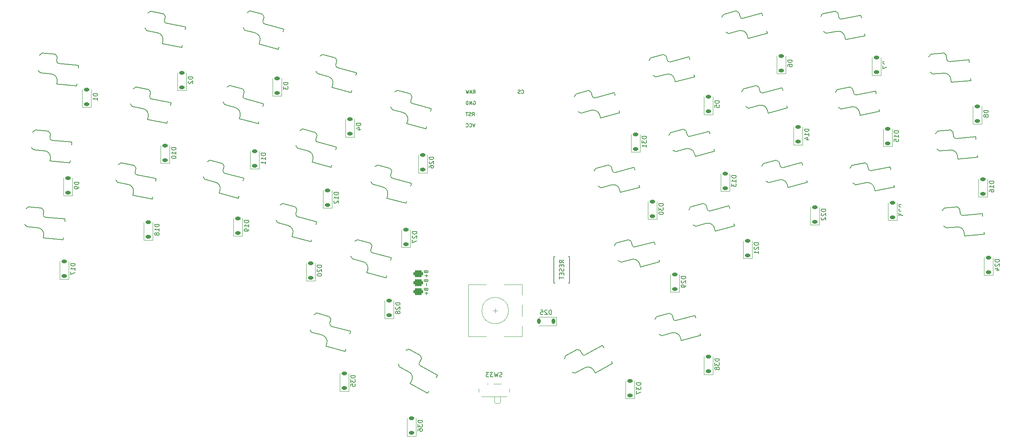
<source format=gbr>
%TF.GenerationSoftware,KiCad,Pcbnew,7.0.2*%
%TF.CreationDate,2023-06-30T22:51:36+02:00*%
%TF.ProjectId,Qeshda,51657368-6461-42e6-9b69-6361645f7063,rev?*%
%TF.SameCoordinates,Original*%
%TF.FileFunction,Legend,Bot*%
%TF.FilePolarity,Positive*%
%FSLAX46Y46*%
G04 Gerber Fmt 4.6, Leading zero omitted, Abs format (unit mm)*
G04 Created by KiCad (PCBNEW 7.0.2) date 2023-06-30 22:51:36*
%MOMM*%
%LPD*%
G01*
G04 APERTURE LIST*
G04 Aperture macros list*
%AMRoundRect*
0 Rectangle with rounded corners*
0 $1 Rounding radius*
0 $2 $3 $4 $5 $6 $7 $8 $9 X,Y pos of 4 corners*
0 Add a 4 corners polygon primitive as box body*
4,1,4,$2,$3,$4,$5,$6,$7,$8,$9,$2,$3,0*
0 Add four circle primitives for the rounded corners*
1,1,$1+$1,$2,$3*
1,1,$1+$1,$4,$5*
1,1,$1+$1,$6,$7*
1,1,$1+$1,$8,$9*
0 Add four rect primitives between the rounded corners*
20,1,$1+$1,$2,$3,$4,$5,0*
20,1,$1+$1,$4,$5,$6,$7,0*
20,1,$1+$1,$6,$7,$8,$9,0*
20,1,$1+$1,$8,$9,$2,$3,0*%
%AMRotRect*
0 Rectangle, with rotation*
0 The origin of the aperture is its center*
0 $1 length*
0 $2 width*
0 $3 Rotation angle, in degrees counterclockwise*
0 Add horizontal line*
21,1,$1,$2,0,0,$3*%
G04 Aperture macros list end*
%ADD10C,0.150000*%
%ADD11C,0.120000*%
%ADD12RoundRect,0.375000X0.750000X-0.375000X0.750000X0.375000X-0.750000X0.375000X-0.750000X-0.375000X0*%
%ADD13C,1.752600*%
%ADD14C,1.701800*%
%ADD15C,3.000000*%
%ADD16C,3.429000*%
%ADD17RotRect,2.600000X2.600000X345.000000*%
%ADD18RotRect,2.600000X2.600000X355.000000*%
%ADD19RotRect,2.600000X2.600000X15.000000*%
%ADD20RotRect,2.600000X2.600000X11.000000*%
%ADD21RotRect,2.600000X2.600000X5.000000*%
%ADD22RotRect,2.600000X2.600000X349.000000*%
%ADD23RotRect,2.600000X2.600000X29.000000*%
%ADD24RotRect,2.600000X2.600000X331.000000*%
%ADD25C,4.500000*%
%ADD26C,0.900000*%
%ADD27C,2.000000*%
%ADD28R,3.200000X2.000000*%
%ADD29RoundRect,0.225000X0.375000X-0.225000X0.375000X0.225000X-0.375000X0.225000X-0.375000X-0.225000X0*%
%ADD30RoundRect,0.225000X0.225000X0.375000X-0.225000X0.375000X-0.225000X-0.375000X0.225000X-0.375000X0*%
%ADD31R,1.000000X0.800000*%
%ADD32R,0.700000X1.500000*%
G04 APERTURE END LIST*
D10*
%TO.C,J1*%
X138315047Y-94493904D02*
X138353142Y-94608190D01*
X138353142Y-94608190D02*
X138391238Y-94646285D01*
X138391238Y-94646285D02*
X138467428Y-94684381D01*
X138467428Y-94684381D02*
X138581714Y-94684381D01*
X138581714Y-94684381D02*
X138657904Y-94646285D01*
X138657904Y-94646285D02*
X138696000Y-94608190D01*
X138696000Y-94608190D02*
X138734095Y-94532000D01*
X138734095Y-94532000D02*
X138734095Y-94227238D01*
X138734095Y-94227238D02*
X137934095Y-94227238D01*
X137934095Y-94227238D02*
X137934095Y-94493904D01*
X137934095Y-94493904D02*
X137972190Y-94570095D01*
X137972190Y-94570095D02*
X138010285Y-94608190D01*
X138010285Y-94608190D02*
X138086476Y-94646285D01*
X138086476Y-94646285D02*
X138162666Y-94646285D01*
X138162666Y-94646285D02*
X138238857Y-94608190D01*
X138238857Y-94608190D02*
X138276952Y-94570095D01*
X138276952Y-94570095D02*
X138315047Y-94493904D01*
X138315047Y-94493904D02*
X138315047Y-94227238D01*
X138429333Y-95027238D02*
X138429333Y-95636762D01*
X138734095Y-95332000D02*
X138124571Y-95332000D01*
X138315047Y-90493904D02*
X138353142Y-90608190D01*
X138353142Y-90608190D02*
X138391238Y-90646285D01*
X138391238Y-90646285D02*
X138467428Y-90684381D01*
X138467428Y-90684381D02*
X138581714Y-90684381D01*
X138581714Y-90684381D02*
X138657904Y-90646285D01*
X138657904Y-90646285D02*
X138696000Y-90608190D01*
X138696000Y-90608190D02*
X138734095Y-90532000D01*
X138734095Y-90532000D02*
X138734095Y-90227238D01*
X138734095Y-90227238D02*
X137934095Y-90227238D01*
X137934095Y-90227238D02*
X137934095Y-90493904D01*
X137934095Y-90493904D02*
X137972190Y-90570095D01*
X137972190Y-90570095D02*
X138010285Y-90608190D01*
X138010285Y-90608190D02*
X138086476Y-90646285D01*
X138086476Y-90646285D02*
X138162666Y-90646285D01*
X138162666Y-90646285D02*
X138238857Y-90608190D01*
X138238857Y-90608190D02*
X138276952Y-90570095D01*
X138276952Y-90570095D02*
X138315047Y-90493904D01*
X138315047Y-90493904D02*
X138315047Y-90227238D01*
X138429333Y-91027238D02*
X138429333Y-91636762D01*
X138734095Y-91332000D02*
X138124571Y-91332000D01*
X138315047Y-92493904D02*
X138353142Y-92608190D01*
X138353142Y-92608190D02*
X138391238Y-92646285D01*
X138391238Y-92646285D02*
X138467428Y-92684381D01*
X138467428Y-92684381D02*
X138581714Y-92684381D01*
X138581714Y-92684381D02*
X138657904Y-92646285D01*
X138657904Y-92646285D02*
X138696000Y-92608190D01*
X138696000Y-92608190D02*
X138734095Y-92532000D01*
X138734095Y-92532000D02*
X138734095Y-92227238D01*
X138734095Y-92227238D02*
X137934095Y-92227238D01*
X137934095Y-92227238D02*
X137934095Y-92493904D01*
X137934095Y-92493904D02*
X137972190Y-92570095D01*
X137972190Y-92570095D02*
X138010285Y-92608190D01*
X138010285Y-92608190D02*
X138086476Y-92646285D01*
X138086476Y-92646285D02*
X138162666Y-92646285D01*
X138162666Y-92646285D02*
X138238857Y-92608190D01*
X138238857Y-92608190D02*
X138276952Y-92570095D01*
X138276952Y-92570095D02*
X138315047Y-92493904D01*
X138315047Y-92493904D02*
X138315047Y-92227238D01*
X138429333Y-93027238D02*
X138429333Y-93636762D01*
%TO.C,SW34*%
X169538619Y-88463618D02*
X169062428Y-88130285D01*
X169538619Y-87892190D02*
X168538619Y-87892190D01*
X168538619Y-87892190D02*
X168538619Y-88273142D01*
X168538619Y-88273142D02*
X168586238Y-88368380D01*
X168586238Y-88368380D02*
X168633857Y-88415999D01*
X168633857Y-88415999D02*
X168729095Y-88463618D01*
X168729095Y-88463618D02*
X168871952Y-88463618D01*
X168871952Y-88463618D02*
X168967190Y-88415999D01*
X168967190Y-88415999D02*
X169014809Y-88368380D01*
X169014809Y-88368380D02*
X169062428Y-88273142D01*
X169062428Y-88273142D02*
X169062428Y-87892190D01*
X169014809Y-88892190D02*
X169014809Y-89225523D01*
X169538619Y-89368380D02*
X169538619Y-88892190D01*
X169538619Y-88892190D02*
X168538619Y-88892190D01*
X168538619Y-88892190D02*
X168538619Y-89368380D01*
X169491000Y-89749333D02*
X169538619Y-89892190D01*
X169538619Y-89892190D02*
X169538619Y-90130285D01*
X169538619Y-90130285D02*
X169491000Y-90225523D01*
X169491000Y-90225523D02*
X169443380Y-90273142D01*
X169443380Y-90273142D02*
X169348142Y-90320761D01*
X169348142Y-90320761D02*
X169252904Y-90320761D01*
X169252904Y-90320761D02*
X169157666Y-90273142D01*
X169157666Y-90273142D02*
X169110047Y-90225523D01*
X169110047Y-90225523D02*
X169062428Y-90130285D01*
X169062428Y-90130285D02*
X169014809Y-89939809D01*
X169014809Y-89939809D02*
X168967190Y-89844571D01*
X168967190Y-89844571D02*
X168919571Y-89796952D01*
X168919571Y-89796952D02*
X168824333Y-89749333D01*
X168824333Y-89749333D02*
X168729095Y-89749333D01*
X168729095Y-89749333D02*
X168633857Y-89796952D01*
X168633857Y-89796952D02*
X168586238Y-89844571D01*
X168586238Y-89844571D02*
X168538619Y-89939809D01*
X168538619Y-89939809D02*
X168538619Y-90177904D01*
X168538619Y-90177904D02*
X168586238Y-90320761D01*
X169014809Y-90749333D02*
X169014809Y-91082666D01*
X169538619Y-91225523D02*
X169538619Y-90749333D01*
X169538619Y-90749333D02*
X168538619Y-90749333D01*
X168538619Y-90749333D02*
X168538619Y-91225523D01*
X168538619Y-91511238D02*
X168538619Y-92082666D01*
X169538619Y-91796952D02*
X168538619Y-91796952D01*
%TO.C,D14*%
X225132619Y-58095714D02*
X224132619Y-58095714D01*
X224132619Y-58095714D02*
X224132619Y-58333809D01*
X224132619Y-58333809D02*
X224180238Y-58476666D01*
X224180238Y-58476666D02*
X224275476Y-58571904D01*
X224275476Y-58571904D02*
X224370714Y-58619523D01*
X224370714Y-58619523D02*
X224561190Y-58667142D01*
X224561190Y-58667142D02*
X224704047Y-58667142D01*
X224704047Y-58667142D02*
X224894523Y-58619523D01*
X224894523Y-58619523D02*
X224989761Y-58571904D01*
X224989761Y-58571904D02*
X225085000Y-58476666D01*
X225085000Y-58476666D02*
X225132619Y-58333809D01*
X225132619Y-58333809D02*
X225132619Y-58095714D01*
X225132619Y-59619523D02*
X225132619Y-59048095D01*
X225132619Y-59333809D02*
X224132619Y-59333809D01*
X224132619Y-59333809D02*
X224275476Y-59238571D01*
X224275476Y-59238571D02*
X224370714Y-59143333D01*
X224370714Y-59143333D02*
X224418333Y-59048095D01*
X224465952Y-60476666D02*
X225132619Y-60476666D01*
X224085000Y-60238571D02*
X224799285Y-60000476D01*
X224799285Y-60000476D02*
X224799285Y-60619523D01*
%TO.C,D13*%
X208622619Y-68635714D02*
X207622619Y-68635714D01*
X207622619Y-68635714D02*
X207622619Y-68873809D01*
X207622619Y-68873809D02*
X207670238Y-69016666D01*
X207670238Y-69016666D02*
X207765476Y-69111904D01*
X207765476Y-69111904D02*
X207860714Y-69159523D01*
X207860714Y-69159523D02*
X208051190Y-69207142D01*
X208051190Y-69207142D02*
X208194047Y-69207142D01*
X208194047Y-69207142D02*
X208384523Y-69159523D01*
X208384523Y-69159523D02*
X208479761Y-69111904D01*
X208479761Y-69111904D02*
X208575000Y-69016666D01*
X208575000Y-69016666D02*
X208622619Y-68873809D01*
X208622619Y-68873809D02*
X208622619Y-68635714D01*
X208622619Y-70159523D02*
X208622619Y-69588095D01*
X208622619Y-69873809D02*
X207622619Y-69873809D01*
X207622619Y-69873809D02*
X207765476Y-69778571D01*
X207765476Y-69778571D02*
X207860714Y-69683333D01*
X207860714Y-69683333D02*
X207908333Y-69588095D01*
X207622619Y-70492857D02*
X207622619Y-71111904D01*
X207622619Y-71111904D02*
X208003571Y-70778571D01*
X208003571Y-70778571D02*
X208003571Y-70921428D01*
X208003571Y-70921428D02*
X208051190Y-71016666D01*
X208051190Y-71016666D02*
X208098809Y-71064285D01*
X208098809Y-71064285D02*
X208194047Y-71111904D01*
X208194047Y-71111904D02*
X208432142Y-71111904D01*
X208432142Y-71111904D02*
X208527380Y-71064285D01*
X208527380Y-71064285D02*
X208575000Y-71016666D01*
X208575000Y-71016666D02*
X208622619Y-70921428D01*
X208622619Y-70921428D02*
X208622619Y-70635714D01*
X208622619Y-70635714D02*
X208575000Y-70540476D01*
X208575000Y-70540476D02*
X208527380Y-70492857D01*
%TO.C,D9*%
X59612619Y-70127905D02*
X58612619Y-70127905D01*
X58612619Y-70127905D02*
X58612619Y-70366000D01*
X58612619Y-70366000D02*
X58660238Y-70508857D01*
X58660238Y-70508857D02*
X58755476Y-70604095D01*
X58755476Y-70604095D02*
X58850714Y-70651714D01*
X58850714Y-70651714D02*
X59041190Y-70699333D01*
X59041190Y-70699333D02*
X59184047Y-70699333D01*
X59184047Y-70699333D02*
X59374523Y-70651714D01*
X59374523Y-70651714D02*
X59469761Y-70604095D01*
X59469761Y-70604095D02*
X59565000Y-70508857D01*
X59565000Y-70508857D02*
X59612619Y-70366000D01*
X59612619Y-70366000D02*
X59612619Y-70127905D01*
X59612619Y-71175524D02*
X59612619Y-71366000D01*
X59612619Y-71366000D02*
X59565000Y-71461238D01*
X59565000Y-71461238D02*
X59517380Y-71508857D01*
X59517380Y-71508857D02*
X59374523Y-71604095D01*
X59374523Y-71604095D02*
X59184047Y-71651714D01*
X59184047Y-71651714D02*
X58803095Y-71651714D01*
X58803095Y-71651714D02*
X58707857Y-71604095D01*
X58707857Y-71604095D02*
X58660238Y-71556476D01*
X58660238Y-71556476D02*
X58612619Y-71461238D01*
X58612619Y-71461238D02*
X58612619Y-71270762D01*
X58612619Y-71270762D02*
X58660238Y-71175524D01*
X58660238Y-71175524D02*
X58707857Y-71127905D01*
X58707857Y-71127905D02*
X58803095Y-71080286D01*
X58803095Y-71080286D02*
X59041190Y-71080286D01*
X59041190Y-71080286D02*
X59136428Y-71127905D01*
X59136428Y-71127905D02*
X59184047Y-71175524D01*
X59184047Y-71175524D02*
X59231666Y-71270762D01*
X59231666Y-71270762D02*
X59231666Y-71461238D01*
X59231666Y-71461238D02*
X59184047Y-71556476D01*
X59184047Y-71556476D02*
X59136428Y-71604095D01*
X59136428Y-71604095D02*
X59041190Y-71651714D01*
%TO.C,D31*%
X188302619Y-59745714D02*
X187302619Y-59745714D01*
X187302619Y-59745714D02*
X187302619Y-59983809D01*
X187302619Y-59983809D02*
X187350238Y-60126666D01*
X187350238Y-60126666D02*
X187445476Y-60221904D01*
X187445476Y-60221904D02*
X187540714Y-60269523D01*
X187540714Y-60269523D02*
X187731190Y-60317142D01*
X187731190Y-60317142D02*
X187874047Y-60317142D01*
X187874047Y-60317142D02*
X188064523Y-60269523D01*
X188064523Y-60269523D02*
X188159761Y-60221904D01*
X188159761Y-60221904D02*
X188255000Y-60126666D01*
X188255000Y-60126666D02*
X188302619Y-59983809D01*
X188302619Y-59983809D02*
X188302619Y-59745714D01*
X187302619Y-60650476D02*
X187302619Y-61269523D01*
X187302619Y-61269523D02*
X187683571Y-60936190D01*
X187683571Y-60936190D02*
X187683571Y-61079047D01*
X187683571Y-61079047D02*
X187731190Y-61174285D01*
X187731190Y-61174285D02*
X187778809Y-61221904D01*
X187778809Y-61221904D02*
X187874047Y-61269523D01*
X187874047Y-61269523D02*
X188112142Y-61269523D01*
X188112142Y-61269523D02*
X188207380Y-61221904D01*
X188207380Y-61221904D02*
X188255000Y-61174285D01*
X188255000Y-61174285D02*
X188302619Y-61079047D01*
X188302619Y-61079047D02*
X188302619Y-60793333D01*
X188302619Y-60793333D02*
X188255000Y-60698095D01*
X188255000Y-60698095D02*
X188207380Y-60650476D01*
X188302619Y-62221904D02*
X188302619Y-61650476D01*
X188302619Y-61936190D02*
X187302619Y-61936190D01*
X187302619Y-61936190D02*
X187445476Y-61840952D01*
X187445476Y-61840952D02*
X187540714Y-61745714D01*
X187540714Y-61745714D02*
X187588333Y-61650476D01*
%TO.C,D20*%
X114642619Y-88955714D02*
X113642619Y-88955714D01*
X113642619Y-88955714D02*
X113642619Y-89193809D01*
X113642619Y-89193809D02*
X113690238Y-89336666D01*
X113690238Y-89336666D02*
X113785476Y-89431904D01*
X113785476Y-89431904D02*
X113880714Y-89479523D01*
X113880714Y-89479523D02*
X114071190Y-89527142D01*
X114071190Y-89527142D02*
X114214047Y-89527142D01*
X114214047Y-89527142D02*
X114404523Y-89479523D01*
X114404523Y-89479523D02*
X114499761Y-89431904D01*
X114499761Y-89431904D02*
X114595000Y-89336666D01*
X114595000Y-89336666D02*
X114642619Y-89193809D01*
X114642619Y-89193809D02*
X114642619Y-88955714D01*
X113737857Y-89908095D02*
X113690238Y-89955714D01*
X113690238Y-89955714D02*
X113642619Y-90050952D01*
X113642619Y-90050952D02*
X113642619Y-90289047D01*
X113642619Y-90289047D02*
X113690238Y-90384285D01*
X113690238Y-90384285D02*
X113737857Y-90431904D01*
X113737857Y-90431904D02*
X113833095Y-90479523D01*
X113833095Y-90479523D02*
X113928333Y-90479523D01*
X113928333Y-90479523D02*
X114071190Y-90431904D01*
X114071190Y-90431904D02*
X114642619Y-89860476D01*
X114642619Y-89860476D02*
X114642619Y-90479523D01*
X113642619Y-91098571D02*
X113642619Y-91193809D01*
X113642619Y-91193809D02*
X113690238Y-91289047D01*
X113690238Y-91289047D02*
X113737857Y-91336666D01*
X113737857Y-91336666D02*
X113833095Y-91384285D01*
X113833095Y-91384285D02*
X114023571Y-91431904D01*
X114023571Y-91431904D02*
X114261666Y-91431904D01*
X114261666Y-91431904D02*
X114452142Y-91384285D01*
X114452142Y-91384285D02*
X114547380Y-91336666D01*
X114547380Y-91336666D02*
X114595000Y-91289047D01*
X114595000Y-91289047D02*
X114642619Y-91193809D01*
X114642619Y-91193809D02*
X114642619Y-91098571D01*
X114642619Y-91098571D02*
X114595000Y-91003333D01*
X114595000Y-91003333D02*
X114547380Y-90955714D01*
X114547380Y-90955714D02*
X114452142Y-90908095D01*
X114452142Y-90908095D02*
X114261666Y-90860476D01*
X114261666Y-90860476D02*
X114023571Y-90860476D01*
X114023571Y-90860476D02*
X113833095Y-90908095D01*
X113833095Y-90908095D02*
X113737857Y-90955714D01*
X113737857Y-90955714D02*
X113690238Y-91003333D01*
X113690238Y-91003333D02*
X113642619Y-91098571D01*
%TO.C,D38*%
X204812619Y-110165714D02*
X203812619Y-110165714D01*
X203812619Y-110165714D02*
X203812619Y-110403809D01*
X203812619Y-110403809D02*
X203860238Y-110546666D01*
X203860238Y-110546666D02*
X203955476Y-110641904D01*
X203955476Y-110641904D02*
X204050714Y-110689523D01*
X204050714Y-110689523D02*
X204241190Y-110737142D01*
X204241190Y-110737142D02*
X204384047Y-110737142D01*
X204384047Y-110737142D02*
X204574523Y-110689523D01*
X204574523Y-110689523D02*
X204669761Y-110641904D01*
X204669761Y-110641904D02*
X204765000Y-110546666D01*
X204765000Y-110546666D02*
X204812619Y-110403809D01*
X204812619Y-110403809D02*
X204812619Y-110165714D01*
X203812619Y-111070476D02*
X203812619Y-111689523D01*
X203812619Y-111689523D02*
X204193571Y-111356190D01*
X204193571Y-111356190D02*
X204193571Y-111499047D01*
X204193571Y-111499047D02*
X204241190Y-111594285D01*
X204241190Y-111594285D02*
X204288809Y-111641904D01*
X204288809Y-111641904D02*
X204384047Y-111689523D01*
X204384047Y-111689523D02*
X204622142Y-111689523D01*
X204622142Y-111689523D02*
X204717380Y-111641904D01*
X204717380Y-111641904D02*
X204765000Y-111594285D01*
X204765000Y-111594285D02*
X204812619Y-111499047D01*
X204812619Y-111499047D02*
X204812619Y-111213333D01*
X204812619Y-111213333D02*
X204765000Y-111118095D01*
X204765000Y-111118095D02*
X204717380Y-111070476D01*
X204241190Y-112260952D02*
X204193571Y-112165714D01*
X204193571Y-112165714D02*
X204145952Y-112118095D01*
X204145952Y-112118095D02*
X204050714Y-112070476D01*
X204050714Y-112070476D02*
X204003095Y-112070476D01*
X204003095Y-112070476D02*
X203907857Y-112118095D01*
X203907857Y-112118095D02*
X203860238Y-112165714D01*
X203860238Y-112165714D02*
X203812619Y-112260952D01*
X203812619Y-112260952D02*
X203812619Y-112451428D01*
X203812619Y-112451428D02*
X203860238Y-112546666D01*
X203860238Y-112546666D02*
X203907857Y-112594285D01*
X203907857Y-112594285D02*
X204003095Y-112641904D01*
X204003095Y-112641904D02*
X204050714Y-112641904D01*
X204050714Y-112641904D02*
X204145952Y-112594285D01*
X204145952Y-112594285D02*
X204193571Y-112546666D01*
X204193571Y-112546666D02*
X204241190Y-112451428D01*
X204241190Y-112451428D02*
X204241190Y-112260952D01*
X204241190Y-112260952D02*
X204288809Y-112165714D01*
X204288809Y-112165714D02*
X204336428Y-112118095D01*
X204336428Y-112118095D02*
X204431666Y-112070476D01*
X204431666Y-112070476D02*
X204622142Y-112070476D01*
X204622142Y-112070476D02*
X204717380Y-112118095D01*
X204717380Y-112118095D02*
X204765000Y-112165714D01*
X204765000Y-112165714D02*
X204812619Y-112260952D01*
X204812619Y-112260952D02*
X204812619Y-112451428D01*
X204812619Y-112451428D02*
X204765000Y-112546666D01*
X204765000Y-112546666D02*
X204717380Y-112594285D01*
X204717380Y-112594285D02*
X204622142Y-112641904D01*
X204622142Y-112641904D02*
X204431666Y-112641904D01*
X204431666Y-112641904D02*
X204336428Y-112594285D01*
X204336428Y-112594285D02*
X204288809Y-112546666D01*
X204288809Y-112546666D02*
X204241190Y-112451428D01*
%TO.C,D29*%
X197192619Y-91495714D02*
X196192619Y-91495714D01*
X196192619Y-91495714D02*
X196192619Y-91733809D01*
X196192619Y-91733809D02*
X196240238Y-91876666D01*
X196240238Y-91876666D02*
X196335476Y-91971904D01*
X196335476Y-91971904D02*
X196430714Y-92019523D01*
X196430714Y-92019523D02*
X196621190Y-92067142D01*
X196621190Y-92067142D02*
X196764047Y-92067142D01*
X196764047Y-92067142D02*
X196954523Y-92019523D01*
X196954523Y-92019523D02*
X197049761Y-91971904D01*
X197049761Y-91971904D02*
X197145000Y-91876666D01*
X197145000Y-91876666D02*
X197192619Y-91733809D01*
X197192619Y-91733809D02*
X197192619Y-91495714D01*
X196287857Y-92448095D02*
X196240238Y-92495714D01*
X196240238Y-92495714D02*
X196192619Y-92590952D01*
X196192619Y-92590952D02*
X196192619Y-92829047D01*
X196192619Y-92829047D02*
X196240238Y-92924285D01*
X196240238Y-92924285D02*
X196287857Y-92971904D01*
X196287857Y-92971904D02*
X196383095Y-93019523D01*
X196383095Y-93019523D02*
X196478333Y-93019523D01*
X196478333Y-93019523D02*
X196621190Y-92971904D01*
X196621190Y-92971904D02*
X197192619Y-92400476D01*
X197192619Y-92400476D02*
X197192619Y-93019523D01*
X197192619Y-93495714D02*
X197192619Y-93686190D01*
X197192619Y-93686190D02*
X197145000Y-93781428D01*
X197145000Y-93781428D02*
X197097380Y-93829047D01*
X197097380Y-93829047D02*
X196954523Y-93924285D01*
X196954523Y-93924285D02*
X196764047Y-93971904D01*
X196764047Y-93971904D02*
X196383095Y-93971904D01*
X196383095Y-93971904D02*
X196287857Y-93924285D01*
X196287857Y-93924285D02*
X196240238Y-93876666D01*
X196240238Y-93876666D02*
X196192619Y-93781428D01*
X196192619Y-93781428D02*
X196192619Y-93590952D01*
X196192619Y-93590952D02*
X196240238Y-93495714D01*
X196240238Y-93495714D02*
X196287857Y-93448095D01*
X196287857Y-93448095D02*
X196383095Y-93400476D01*
X196383095Y-93400476D02*
X196621190Y-93400476D01*
X196621190Y-93400476D02*
X196716428Y-93448095D01*
X196716428Y-93448095D02*
X196764047Y-93495714D01*
X196764047Y-93495714D02*
X196811666Y-93590952D01*
X196811666Y-93590952D02*
X196811666Y-93781428D01*
X196811666Y-93781428D02*
X196764047Y-93876666D01*
X196764047Y-93876666D02*
X196716428Y-93924285D01*
X196716428Y-93924285D02*
X196621190Y-93971904D01*
%TO.C,D26*%
X140042619Y-64445714D02*
X139042619Y-64445714D01*
X139042619Y-64445714D02*
X139042619Y-64683809D01*
X139042619Y-64683809D02*
X139090238Y-64826666D01*
X139090238Y-64826666D02*
X139185476Y-64921904D01*
X139185476Y-64921904D02*
X139280714Y-64969523D01*
X139280714Y-64969523D02*
X139471190Y-65017142D01*
X139471190Y-65017142D02*
X139614047Y-65017142D01*
X139614047Y-65017142D02*
X139804523Y-64969523D01*
X139804523Y-64969523D02*
X139899761Y-64921904D01*
X139899761Y-64921904D02*
X139995000Y-64826666D01*
X139995000Y-64826666D02*
X140042619Y-64683809D01*
X140042619Y-64683809D02*
X140042619Y-64445714D01*
X139137857Y-65398095D02*
X139090238Y-65445714D01*
X139090238Y-65445714D02*
X139042619Y-65540952D01*
X139042619Y-65540952D02*
X139042619Y-65779047D01*
X139042619Y-65779047D02*
X139090238Y-65874285D01*
X139090238Y-65874285D02*
X139137857Y-65921904D01*
X139137857Y-65921904D02*
X139233095Y-65969523D01*
X139233095Y-65969523D02*
X139328333Y-65969523D01*
X139328333Y-65969523D02*
X139471190Y-65921904D01*
X139471190Y-65921904D02*
X140042619Y-65350476D01*
X140042619Y-65350476D02*
X140042619Y-65969523D01*
X139042619Y-66826666D02*
X139042619Y-66636190D01*
X139042619Y-66636190D02*
X139090238Y-66540952D01*
X139090238Y-66540952D02*
X139137857Y-66493333D01*
X139137857Y-66493333D02*
X139280714Y-66398095D01*
X139280714Y-66398095D02*
X139471190Y-66350476D01*
X139471190Y-66350476D02*
X139852142Y-66350476D01*
X139852142Y-66350476D02*
X139947380Y-66398095D01*
X139947380Y-66398095D02*
X139995000Y-66445714D01*
X139995000Y-66445714D02*
X140042619Y-66540952D01*
X140042619Y-66540952D02*
X140042619Y-66731428D01*
X140042619Y-66731428D02*
X139995000Y-66826666D01*
X139995000Y-66826666D02*
X139947380Y-66874285D01*
X139947380Y-66874285D02*
X139852142Y-66921904D01*
X139852142Y-66921904D02*
X139614047Y-66921904D01*
X139614047Y-66921904D02*
X139518809Y-66874285D01*
X139518809Y-66874285D02*
X139471190Y-66826666D01*
X139471190Y-66826666D02*
X139423571Y-66731428D01*
X139423571Y-66731428D02*
X139423571Y-66540952D01*
X139423571Y-66540952D02*
X139471190Y-66445714D01*
X139471190Y-66445714D02*
X139518809Y-66398095D01*
X139518809Y-66398095D02*
X139614047Y-66350476D01*
%TO.C,D6*%
X221322619Y-42441905D02*
X220322619Y-42441905D01*
X220322619Y-42441905D02*
X220322619Y-42680000D01*
X220322619Y-42680000D02*
X220370238Y-42822857D01*
X220370238Y-42822857D02*
X220465476Y-42918095D01*
X220465476Y-42918095D02*
X220560714Y-42965714D01*
X220560714Y-42965714D02*
X220751190Y-43013333D01*
X220751190Y-43013333D02*
X220894047Y-43013333D01*
X220894047Y-43013333D02*
X221084523Y-42965714D01*
X221084523Y-42965714D02*
X221179761Y-42918095D01*
X221179761Y-42918095D02*
X221275000Y-42822857D01*
X221275000Y-42822857D02*
X221322619Y-42680000D01*
X221322619Y-42680000D02*
X221322619Y-42441905D01*
X220322619Y-43870476D02*
X220322619Y-43680000D01*
X220322619Y-43680000D02*
X220370238Y-43584762D01*
X220370238Y-43584762D02*
X220417857Y-43537143D01*
X220417857Y-43537143D02*
X220560714Y-43441905D01*
X220560714Y-43441905D02*
X220751190Y-43394286D01*
X220751190Y-43394286D02*
X221132142Y-43394286D01*
X221132142Y-43394286D02*
X221227380Y-43441905D01*
X221227380Y-43441905D02*
X221275000Y-43489524D01*
X221275000Y-43489524D02*
X221322619Y-43584762D01*
X221322619Y-43584762D02*
X221322619Y-43775238D01*
X221322619Y-43775238D02*
X221275000Y-43870476D01*
X221275000Y-43870476D02*
X221227380Y-43918095D01*
X221227380Y-43918095D02*
X221132142Y-43965714D01*
X221132142Y-43965714D02*
X220894047Y-43965714D01*
X220894047Y-43965714D02*
X220798809Y-43918095D01*
X220798809Y-43918095D02*
X220751190Y-43870476D01*
X220751190Y-43870476D02*
X220703571Y-43775238D01*
X220703571Y-43775238D02*
X220703571Y-43584762D01*
X220703571Y-43584762D02*
X220751190Y-43489524D01*
X220751190Y-43489524D02*
X220798809Y-43441905D01*
X220798809Y-43441905D02*
X220894047Y-43394286D01*
%TO.C,D11*%
X101942619Y-63555714D02*
X100942619Y-63555714D01*
X100942619Y-63555714D02*
X100942619Y-63793809D01*
X100942619Y-63793809D02*
X100990238Y-63936666D01*
X100990238Y-63936666D02*
X101085476Y-64031904D01*
X101085476Y-64031904D02*
X101180714Y-64079523D01*
X101180714Y-64079523D02*
X101371190Y-64127142D01*
X101371190Y-64127142D02*
X101514047Y-64127142D01*
X101514047Y-64127142D02*
X101704523Y-64079523D01*
X101704523Y-64079523D02*
X101799761Y-64031904D01*
X101799761Y-64031904D02*
X101895000Y-63936666D01*
X101895000Y-63936666D02*
X101942619Y-63793809D01*
X101942619Y-63793809D02*
X101942619Y-63555714D01*
X101942619Y-65079523D02*
X101942619Y-64508095D01*
X101942619Y-64793809D02*
X100942619Y-64793809D01*
X100942619Y-64793809D02*
X101085476Y-64698571D01*
X101085476Y-64698571D02*
X101180714Y-64603333D01*
X101180714Y-64603333D02*
X101228333Y-64508095D01*
X101942619Y-66031904D02*
X101942619Y-65460476D01*
X101942619Y-65746190D02*
X100942619Y-65746190D01*
X100942619Y-65746190D02*
X101085476Y-65650952D01*
X101085476Y-65650952D02*
X101180714Y-65555714D01*
X101180714Y-65555714D02*
X101228333Y-65460476D01*
%TO.C,D3*%
X107022619Y-47521905D02*
X106022619Y-47521905D01*
X106022619Y-47521905D02*
X106022619Y-47760000D01*
X106022619Y-47760000D02*
X106070238Y-47902857D01*
X106070238Y-47902857D02*
X106165476Y-47998095D01*
X106165476Y-47998095D02*
X106260714Y-48045714D01*
X106260714Y-48045714D02*
X106451190Y-48093333D01*
X106451190Y-48093333D02*
X106594047Y-48093333D01*
X106594047Y-48093333D02*
X106784523Y-48045714D01*
X106784523Y-48045714D02*
X106879761Y-47998095D01*
X106879761Y-47998095D02*
X106975000Y-47902857D01*
X106975000Y-47902857D02*
X107022619Y-47760000D01*
X107022619Y-47760000D02*
X107022619Y-47521905D01*
X106022619Y-48426667D02*
X106022619Y-49045714D01*
X106022619Y-49045714D02*
X106403571Y-48712381D01*
X106403571Y-48712381D02*
X106403571Y-48855238D01*
X106403571Y-48855238D02*
X106451190Y-48950476D01*
X106451190Y-48950476D02*
X106498809Y-48998095D01*
X106498809Y-48998095D02*
X106594047Y-49045714D01*
X106594047Y-49045714D02*
X106832142Y-49045714D01*
X106832142Y-49045714D02*
X106927380Y-48998095D01*
X106927380Y-48998095D02*
X106975000Y-48950476D01*
X106975000Y-48950476D02*
X107022619Y-48855238D01*
X107022619Y-48855238D02*
X107022619Y-48569524D01*
X107022619Y-48569524D02*
X106975000Y-48474286D01*
X106975000Y-48474286D02*
X106927380Y-48426667D01*
%TO.C,D25*%
X166734285Y-100142619D02*
X166734285Y-99142619D01*
X166734285Y-99142619D02*
X166496190Y-99142619D01*
X166496190Y-99142619D02*
X166353333Y-99190238D01*
X166353333Y-99190238D02*
X166258095Y-99285476D01*
X166258095Y-99285476D02*
X166210476Y-99380714D01*
X166210476Y-99380714D02*
X166162857Y-99571190D01*
X166162857Y-99571190D02*
X166162857Y-99714047D01*
X166162857Y-99714047D02*
X166210476Y-99904523D01*
X166210476Y-99904523D02*
X166258095Y-99999761D01*
X166258095Y-99999761D02*
X166353333Y-100095000D01*
X166353333Y-100095000D02*
X166496190Y-100142619D01*
X166496190Y-100142619D02*
X166734285Y-100142619D01*
X165781904Y-99237857D02*
X165734285Y-99190238D01*
X165734285Y-99190238D02*
X165639047Y-99142619D01*
X165639047Y-99142619D02*
X165400952Y-99142619D01*
X165400952Y-99142619D02*
X165305714Y-99190238D01*
X165305714Y-99190238D02*
X165258095Y-99237857D01*
X165258095Y-99237857D02*
X165210476Y-99333095D01*
X165210476Y-99333095D02*
X165210476Y-99428333D01*
X165210476Y-99428333D02*
X165258095Y-99571190D01*
X165258095Y-99571190D02*
X165829523Y-100142619D01*
X165829523Y-100142619D02*
X165210476Y-100142619D01*
X164305714Y-99142619D02*
X164781904Y-99142619D01*
X164781904Y-99142619D02*
X164829523Y-99618809D01*
X164829523Y-99618809D02*
X164781904Y-99571190D01*
X164781904Y-99571190D02*
X164686666Y-99523571D01*
X164686666Y-99523571D02*
X164448571Y-99523571D01*
X164448571Y-99523571D02*
X164353333Y-99571190D01*
X164353333Y-99571190D02*
X164305714Y-99618809D01*
X164305714Y-99618809D02*
X164258095Y-99714047D01*
X164258095Y-99714047D02*
X164258095Y-99952142D01*
X164258095Y-99952142D02*
X164305714Y-100047380D01*
X164305714Y-100047380D02*
X164353333Y-100095000D01*
X164353333Y-100095000D02*
X164448571Y-100142619D01*
X164448571Y-100142619D02*
X164686666Y-100142619D01*
X164686666Y-100142619D02*
X164781904Y-100095000D01*
X164781904Y-100095000D02*
X164829523Y-100047380D01*
%TO.C,D10*%
X81622619Y-62285714D02*
X80622619Y-62285714D01*
X80622619Y-62285714D02*
X80622619Y-62523809D01*
X80622619Y-62523809D02*
X80670238Y-62666666D01*
X80670238Y-62666666D02*
X80765476Y-62761904D01*
X80765476Y-62761904D02*
X80860714Y-62809523D01*
X80860714Y-62809523D02*
X81051190Y-62857142D01*
X81051190Y-62857142D02*
X81194047Y-62857142D01*
X81194047Y-62857142D02*
X81384523Y-62809523D01*
X81384523Y-62809523D02*
X81479761Y-62761904D01*
X81479761Y-62761904D02*
X81575000Y-62666666D01*
X81575000Y-62666666D02*
X81622619Y-62523809D01*
X81622619Y-62523809D02*
X81622619Y-62285714D01*
X81622619Y-63809523D02*
X81622619Y-63238095D01*
X81622619Y-63523809D02*
X80622619Y-63523809D01*
X80622619Y-63523809D02*
X80765476Y-63428571D01*
X80765476Y-63428571D02*
X80860714Y-63333333D01*
X80860714Y-63333333D02*
X80908333Y-63238095D01*
X80622619Y-64428571D02*
X80622619Y-64523809D01*
X80622619Y-64523809D02*
X80670238Y-64619047D01*
X80670238Y-64619047D02*
X80717857Y-64666666D01*
X80717857Y-64666666D02*
X80813095Y-64714285D01*
X80813095Y-64714285D02*
X81003571Y-64761904D01*
X81003571Y-64761904D02*
X81241666Y-64761904D01*
X81241666Y-64761904D02*
X81432142Y-64714285D01*
X81432142Y-64714285D02*
X81527380Y-64666666D01*
X81527380Y-64666666D02*
X81575000Y-64619047D01*
X81575000Y-64619047D02*
X81622619Y-64523809D01*
X81622619Y-64523809D02*
X81622619Y-64428571D01*
X81622619Y-64428571D02*
X81575000Y-64333333D01*
X81575000Y-64333333D02*
X81527380Y-64285714D01*
X81527380Y-64285714D02*
X81432142Y-64238095D01*
X81432142Y-64238095D02*
X81241666Y-64190476D01*
X81241666Y-64190476D02*
X81003571Y-64190476D01*
X81003571Y-64190476D02*
X80813095Y-64238095D01*
X80813095Y-64238095D02*
X80717857Y-64285714D01*
X80717857Y-64285714D02*
X80670238Y-64333333D01*
X80670238Y-64333333D02*
X80622619Y-64428571D01*
%TO.C,D12*%
X118452619Y-72445714D02*
X117452619Y-72445714D01*
X117452619Y-72445714D02*
X117452619Y-72683809D01*
X117452619Y-72683809D02*
X117500238Y-72826666D01*
X117500238Y-72826666D02*
X117595476Y-72921904D01*
X117595476Y-72921904D02*
X117690714Y-72969523D01*
X117690714Y-72969523D02*
X117881190Y-73017142D01*
X117881190Y-73017142D02*
X118024047Y-73017142D01*
X118024047Y-73017142D02*
X118214523Y-72969523D01*
X118214523Y-72969523D02*
X118309761Y-72921904D01*
X118309761Y-72921904D02*
X118405000Y-72826666D01*
X118405000Y-72826666D02*
X118452619Y-72683809D01*
X118452619Y-72683809D02*
X118452619Y-72445714D01*
X118452619Y-73969523D02*
X118452619Y-73398095D01*
X118452619Y-73683809D02*
X117452619Y-73683809D01*
X117452619Y-73683809D02*
X117595476Y-73588571D01*
X117595476Y-73588571D02*
X117690714Y-73493333D01*
X117690714Y-73493333D02*
X117738333Y-73398095D01*
X117547857Y-74350476D02*
X117500238Y-74398095D01*
X117500238Y-74398095D02*
X117452619Y-74493333D01*
X117452619Y-74493333D02*
X117452619Y-74731428D01*
X117452619Y-74731428D02*
X117500238Y-74826666D01*
X117500238Y-74826666D02*
X117547857Y-74874285D01*
X117547857Y-74874285D02*
X117643095Y-74921904D01*
X117643095Y-74921904D02*
X117738333Y-74921904D01*
X117738333Y-74921904D02*
X117881190Y-74874285D01*
X117881190Y-74874285D02*
X118452619Y-74302857D01*
X118452619Y-74302857D02*
X118452619Y-74921904D01*
%TO.C,D28*%
X132422619Y-97465714D02*
X131422619Y-97465714D01*
X131422619Y-97465714D02*
X131422619Y-97703809D01*
X131422619Y-97703809D02*
X131470238Y-97846666D01*
X131470238Y-97846666D02*
X131565476Y-97941904D01*
X131565476Y-97941904D02*
X131660714Y-97989523D01*
X131660714Y-97989523D02*
X131851190Y-98037142D01*
X131851190Y-98037142D02*
X131994047Y-98037142D01*
X131994047Y-98037142D02*
X132184523Y-97989523D01*
X132184523Y-97989523D02*
X132279761Y-97941904D01*
X132279761Y-97941904D02*
X132375000Y-97846666D01*
X132375000Y-97846666D02*
X132422619Y-97703809D01*
X132422619Y-97703809D02*
X132422619Y-97465714D01*
X131517857Y-98418095D02*
X131470238Y-98465714D01*
X131470238Y-98465714D02*
X131422619Y-98560952D01*
X131422619Y-98560952D02*
X131422619Y-98799047D01*
X131422619Y-98799047D02*
X131470238Y-98894285D01*
X131470238Y-98894285D02*
X131517857Y-98941904D01*
X131517857Y-98941904D02*
X131613095Y-98989523D01*
X131613095Y-98989523D02*
X131708333Y-98989523D01*
X131708333Y-98989523D02*
X131851190Y-98941904D01*
X131851190Y-98941904D02*
X132422619Y-98370476D01*
X132422619Y-98370476D02*
X132422619Y-98989523D01*
X131851190Y-99560952D02*
X131803571Y-99465714D01*
X131803571Y-99465714D02*
X131755952Y-99418095D01*
X131755952Y-99418095D02*
X131660714Y-99370476D01*
X131660714Y-99370476D02*
X131613095Y-99370476D01*
X131613095Y-99370476D02*
X131517857Y-99418095D01*
X131517857Y-99418095D02*
X131470238Y-99465714D01*
X131470238Y-99465714D02*
X131422619Y-99560952D01*
X131422619Y-99560952D02*
X131422619Y-99751428D01*
X131422619Y-99751428D02*
X131470238Y-99846666D01*
X131470238Y-99846666D02*
X131517857Y-99894285D01*
X131517857Y-99894285D02*
X131613095Y-99941904D01*
X131613095Y-99941904D02*
X131660714Y-99941904D01*
X131660714Y-99941904D02*
X131755952Y-99894285D01*
X131755952Y-99894285D02*
X131803571Y-99846666D01*
X131803571Y-99846666D02*
X131851190Y-99751428D01*
X131851190Y-99751428D02*
X131851190Y-99560952D01*
X131851190Y-99560952D02*
X131898809Y-99465714D01*
X131898809Y-99465714D02*
X131946428Y-99418095D01*
X131946428Y-99418095D02*
X132041666Y-99370476D01*
X132041666Y-99370476D02*
X132232142Y-99370476D01*
X132232142Y-99370476D02*
X132327380Y-99418095D01*
X132327380Y-99418095D02*
X132375000Y-99465714D01*
X132375000Y-99465714D02*
X132422619Y-99560952D01*
X132422619Y-99560952D02*
X132422619Y-99751428D01*
X132422619Y-99751428D02*
X132375000Y-99846666D01*
X132375000Y-99846666D02*
X132327380Y-99894285D01*
X132327380Y-99894285D02*
X132232142Y-99941904D01*
X132232142Y-99941904D02*
X132041666Y-99941904D01*
X132041666Y-99941904D02*
X131946428Y-99894285D01*
X131946428Y-99894285D02*
X131898809Y-99846666D01*
X131898809Y-99846666D02*
X131851190Y-99751428D01*
%TO.C,D24*%
X268312619Y-87685714D02*
X267312619Y-87685714D01*
X267312619Y-87685714D02*
X267312619Y-87923809D01*
X267312619Y-87923809D02*
X267360238Y-88066666D01*
X267360238Y-88066666D02*
X267455476Y-88161904D01*
X267455476Y-88161904D02*
X267550714Y-88209523D01*
X267550714Y-88209523D02*
X267741190Y-88257142D01*
X267741190Y-88257142D02*
X267884047Y-88257142D01*
X267884047Y-88257142D02*
X268074523Y-88209523D01*
X268074523Y-88209523D02*
X268169761Y-88161904D01*
X268169761Y-88161904D02*
X268265000Y-88066666D01*
X268265000Y-88066666D02*
X268312619Y-87923809D01*
X268312619Y-87923809D02*
X268312619Y-87685714D01*
X267407857Y-88638095D02*
X267360238Y-88685714D01*
X267360238Y-88685714D02*
X267312619Y-88780952D01*
X267312619Y-88780952D02*
X267312619Y-89019047D01*
X267312619Y-89019047D02*
X267360238Y-89114285D01*
X267360238Y-89114285D02*
X267407857Y-89161904D01*
X267407857Y-89161904D02*
X267503095Y-89209523D01*
X267503095Y-89209523D02*
X267598333Y-89209523D01*
X267598333Y-89209523D02*
X267741190Y-89161904D01*
X267741190Y-89161904D02*
X268312619Y-88590476D01*
X268312619Y-88590476D02*
X268312619Y-89209523D01*
X267645952Y-90066666D02*
X268312619Y-90066666D01*
X267265000Y-89828571D02*
X267979285Y-89590476D01*
X267979285Y-89590476D02*
X267979285Y-90209523D01*
%TO.C,D16*%
X267042619Y-69905714D02*
X266042619Y-69905714D01*
X266042619Y-69905714D02*
X266042619Y-70143809D01*
X266042619Y-70143809D02*
X266090238Y-70286666D01*
X266090238Y-70286666D02*
X266185476Y-70381904D01*
X266185476Y-70381904D02*
X266280714Y-70429523D01*
X266280714Y-70429523D02*
X266471190Y-70477142D01*
X266471190Y-70477142D02*
X266614047Y-70477142D01*
X266614047Y-70477142D02*
X266804523Y-70429523D01*
X266804523Y-70429523D02*
X266899761Y-70381904D01*
X266899761Y-70381904D02*
X266995000Y-70286666D01*
X266995000Y-70286666D02*
X267042619Y-70143809D01*
X267042619Y-70143809D02*
X267042619Y-69905714D01*
X267042619Y-71429523D02*
X267042619Y-70858095D01*
X267042619Y-71143809D02*
X266042619Y-71143809D01*
X266042619Y-71143809D02*
X266185476Y-71048571D01*
X266185476Y-71048571D02*
X266280714Y-70953333D01*
X266280714Y-70953333D02*
X266328333Y-70858095D01*
X266042619Y-72286666D02*
X266042619Y-72096190D01*
X266042619Y-72096190D02*
X266090238Y-72000952D01*
X266090238Y-72000952D02*
X266137857Y-71953333D01*
X266137857Y-71953333D02*
X266280714Y-71858095D01*
X266280714Y-71858095D02*
X266471190Y-71810476D01*
X266471190Y-71810476D02*
X266852142Y-71810476D01*
X266852142Y-71810476D02*
X266947380Y-71858095D01*
X266947380Y-71858095D02*
X266995000Y-71905714D01*
X266995000Y-71905714D02*
X267042619Y-72000952D01*
X267042619Y-72000952D02*
X267042619Y-72191428D01*
X267042619Y-72191428D02*
X266995000Y-72286666D01*
X266995000Y-72286666D02*
X266947380Y-72334285D01*
X266947380Y-72334285D02*
X266852142Y-72381904D01*
X266852142Y-72381904D02*
X266614047Y-72381904D01*
X266614047Y-72381904D02*
X266518809Y-72334285D01*
X266518809Y-72334285D02*
X266471190Y-72286666D01*
X266471190Y-72286666D02*
X266423571Y-72191428D01*
X266423571Y-72191428D02*
X266423571Y-72000952D01*
X266423571Y-72000952D02*
X266471190Y-71905714D01*
X266471190Y-71905714D02*
X266518809Y-71858095D01*
X266518809Y-71858095D02*
X266614047Y-71810476D01*
%TO.C,D18*%
X77812619Y-79685714D02*
X76812619Y-79685714D01*
X76812619Y-79685714D02*
X76812619Y-79923809D01*
X76812619Y-79923809D02*
X76860238Y-80066666D01*
X76860238Y-80066666D02*
X76955476Y-80161904D01*
X76955476Y-80161904D02*
X77050714Y-80209523D01*
X77050714Y-80209523D02*
X77241190Y-80257142D01*
X77241190Y-80257142D02*
X77384047Y-80257142D01*
X77384047Y-80257142D02*
X77574523Y-80209523D01*
X77574523Y-80209523D02*
X77669761Y-80161904D01*
X77669761Y-80161904D02*
X77765000Y-80066666D01*
X77765000Y-80066666D02*
X77812619Y-79923809D01*
X77812619Y-79923809D02*
X77812619Y-79685714D01*
X77812619Y-81209523D02*
X77812619Y-80638095D01*
X77812619Y-80923809D02*
X76812619Y-80923809D01*
X76812619Y-80923809D02*
X76955476Y-80828571D01*
X76955476Y-80828571D02*
X77050714Y-80733333D01*
X77050714Y-80733333D02*
X77098333Y-80638095D01*
X77241190Y-81780952D02*
X77193571Y-81685714D01*
X77193571Y-81685714D02*
X77145952Y-81638095D01*
X77145952Y-81638095D02*
X77050714Y-81590476D01*
X77050714Y-81590476D02*
X77003095Y-81590476D01*
X77003095Y-81590476D02*
X76907857Y-81638095D01*
X76907857Y-81638095D02*
X76860238Y-81685714D01*
X76860238Y-81685714D02*
X76812619Y-81780952D01*
X76812619Y-81780952D02*
X76812619Y-81971428D01*
X76812619Y-81971428D02*
X76860238Y-82066666D01*
X76860238Y-82066666D02*
X76907857Y-82114285D01*
X76907857Y-82114285D02*
X77003095Y-82161904D01*
X77003095Y-82161904D02*
X77050714Y-82161904D01*
X77050714Y-82161904D02*
X77145952Y-82114285D01*
X77145952Y-82114285D02*
X77193571Y-82066666D01*
X77193571Y-82066666D02*
X77241190Y-81971428D01*
X77241190Y-81971428D02*
X77241190Y-81780952D01*
X77241190Y-81780952D02*
X77288809Y-81685714D01*
X77288809Y-81685714D02*
X77336428Y-81638095D01*
X77336428Y-81638095D02*
X77431666Y-81590476D01*
X77431666Y-81590476D02*
X77622142Y-81590476D01*
X77622142Y-81590476D02*
X77717380Y-81638095D01*
X77717380Y-81638095D02*
X77765000Y-81685714D01*
X77765000Y-81685714D02*
X77812619Y-81780952D01*
X77812619Y-81780952D02*
X77812619Y-81971428D01*
X77812619Y-81971428D02*
X77765000Y-82066666D01*
X77765000Y-82066666D02*
X77717380Y-82114285D01*
X77717380Y-82114285D02*
X77622142Y-82161904D01*
X77622142Y-82161904D02*
X77431666Y-82161904D01*
X77431666Y-82161904D02*
X77336428Y-82114285D01*
X77336428Y-82114285D02*
X77288809Y-82066666D01*
X77288809Y-82066666D02*
X77241190Y-81971428D01*
%TO.C,D30*%
X192112619Y-74985714D02*
X191112619Y-74985714D01*
X191112619Y-74985714D02*
X191112619Y-75223809D01*
X191112619Y-75223809D02*
X191160238Y-75366666D01*
X191160238Y-75366666D02*
X191255476Y-75461904D01*
X191255476Y-75461904D02*
X191350714Y-75509523D01*
X191350714Y-75509523D02*
X191541190Y-75557142D01*
X191541190Y-75557142D02*
X191684047Y-75557142D01*
X191684047Y-75557142D02*
X191874523Y-75509523D01*
X191874523Y-75509523D02*
X191969761Y-75461904D01*
X191969761Y-75461904D02*
X192065000Y-75366666D01*
X192065000Y-75366666D02*
X192112619Y-75223809D01*
X192112619Y-75223809D02*
X192112619Y-74985714D01*
X191112619Y-75890476D02*
X191112619Y-76509523D01*
X191112619Y-76509523D02*
X191493571Y-76176190D01*
X191493571Y-76176190D02*
X191493571Y-76319047D01*
X191493571Y-76319047D02*
X191541190Y-76414285D01*
X191541190Y-76414285D02*
X191588809Y-76461904D01*
X191588809Y-76461904D02*
X191684047Y-76509523D01*
X191684047Y-76509523D02*
X191922142Y-76509523D01*
X191922142Y-76509523D02*
X192017380Y-76461904D01*
X192017380Y-76461904D02*
X192065000Y-76414285D01*
X192065000Y-76414285D02*
X192112619Y-76319047D01*
X192112619Y-76319047D02*
X192112619Y-76033333D01*
X192112619Y-76033333D02*
X192065000Y-75938095D01*
X192065000Y-75938095D02*
X192017380Y-75890476D01*
X191112619Y-77128571D02*
X191112619Y-77223809D01*
X191112619Y-77223809D02*
X191160238Y-77319047D01*
X191160238Y-77319047D02*
X191207857Y-77366666D01*
X191207857Y-77366666D02*
X191303095Y-77414285D01*
X191303095Y-77414285D02*
X191493571Y-77461904D01*
X191493571Y-77461904D02*
X191731666Y-77461904D01*
X191731666Y-77461904D02*
X191922142Y-77414285D01*
X191922142Y-77414285D02*
X192017380Y-77366666D01*
X192017380Y-77366666D02*
X192065000Y-77319047D01*
X192065000Y-77319047D02*
X192112619Y-77223809D01*
X192112619Y-77223809D02*
X192112619Y-77128571D01*
X192112619Y-77128571D02*
X192065000Y-77033333D01*
X192065000Y-77033333D02*
X192017380Y-76985714D01*
X192017380Y-76985714D02*
X191922142Y-76938095D01*
X191922142Y-76938095D02*
X191731666Y-76890476D01*
X191731666Y-76890476D02*
X191493571Y-76890476D01*
X191493571Y-76890476D02*
X191303095Y-76938095D01*
X191303095Y-76938095D02*
X191207857Y-76985714D01*
X191207857Y-76985714D02*
X191160238Y-77033333D01*
X191160238Y-77033333D02*
X191112619Y-77128571D01*
%TO.C,D8*%
X265772619Y-53871905D02*
X264772619Y-53871905D01*
X264772619Y-53871905D02*
X264772619Y-54110000D01*
X264772619Y-54110000D02*
X264820238Y-54252857D01*
X264820238Y-54252857D02*
X264915476Y-54348095D01*
X264915476Y-54348095D02*
X265010714Y-54395714D01*
X265010714Y-54395714D02*
X265201190Y-54443333D01*
X265201190Y-54443333D02*
X265344047Y-54443333D01*
X265344047Y-54443333D02*
X265534523Y-54395714D01*
X265534523Y-54395714D02*
X265629761Y-54348095D01*
X265629761Y-54348095D02*
X265725000Y-54252857D01*
X265725000Y-54252857D02*
X265772619Y-54110000D01*
X265772619Y-54110000D02*
X265772619Y-53871905D01*
X265201190Y-55014762D02*
X265153571Y-54919524D01*
X265153571Y-54919524D02*
X265105952Y-54871905D01*
X265105952Y-54871905D02*
X265010714Y-54824286D01*
X265010714Y-54824286D02*
X264963095Y-54824286D01*
X264963095Y-54824286D02*
X264867857Y-54871905D01*
X264867857Y-54871905D02*
X264820238Y-54919524D01*
X264820238Y-54919524D02*
X264772619Y-55014762D01*
X264772619Y-55014762D02*
X264772619Y-55205238D01*
X264772619Y-55205238D02*
X264820238Y-55300476D01*
X264820238Y-55300476D02*
X264867857Y-55348095D01*
X264867857Y-55348095D02*
X264963095Y-55395714D01*
X264963095Y-55395714D02*
X265010714Y-55395714D01*
X265010714Y-55395714D02*
X265105952Y-55348095D01*
X265105952Y-55348095D02*
X265153571Y-55300476D01*
X265153571Y-55300476D02*
X265201190Y-55205238D01*
X265201190Y-55205238D02*
X265201190Y-55014762D01*
X265201190Y-55014762D02*
X265248809Y-54919524D01*
X265248809Y-54919524D02*
X265296428Y-54871905D01*
X265296428Y-54871905D02*
X265391666Y-54824286D01*
X265391666Y-54824286D02*
X265582142Y-54824286D01*
X265582142Y-54824286D02*
X265677380Y-54871905D01*
X265677380Y-54871905D02*
X265725000Y-54919524D01*
X265725000Y-54919524D02*
X265772619Y-55014762D01*
X265772619Y-55014762D02*
X265772619Y-55205238D01*
X265772619Y-55205238D02*
X265725000Y-55300476D01*
X265725000Y-55300476D02*
X265677380Y-55348095D01*
X265677380Y-55348095D02*
X265582142Y-55395714D01*
X265582142Y-55395714D02*
X265391666Y-55395714D01*
X265391666Y-55395714D02*
X265296428Y-55348095D01*
X265296428Y-55348095D02*
X265248809Y-55300476D01*
X265248809Y-55300476D02*
X265201190Y-55205238D01*
%TO.C,D21*%
X213702619Y-83875714D02*
X212702619Y-83875714D01*
X212702619Y-83875714D02*
X212702619Y-84113809D01*
X212702619Y-84113809D02*
X212750238Y-84256666D01*
X212750238Y-84256666D02*
X212845476Y-84351904D01*
X212845476Y-84351904D02*
X212940714Y-84399523D01*
X212940714Y-84399523D02*
X213131190Y-84447142D01*
X213131190Y-84447142D02*
X213274047Y-84447142D01*
X213274047Y-84447142D02*
X213464523Y-84399523D01*
X213464523Y-84399523D02*
X213559761Y-84351904D01*
X213559761Y-84351904D02*
X213655000Y-84256666D01*
X213655000Y-84256666D02*
X213702619Y-84113809D01*
X213702619Y-84113809D02*
X213702619Y-83875714D01*
X212797857Y-84828095D02*
X212750238Y-84875714D01*
X212750238Y-84875714D02*
X212702619Y-84970952D01*
X212702619Y-84970952D02*
X212702619Y-85209047D01*
X212702619Y-85209047D02*
X212750238Y-85304285D01*
X212750238Y-85304285D02*
X212797857Y-85351904D01*
X212797857Y-85351904D02*
X212893095Y-85399523D01*
X212893095Y-85399523D02*
X212988333Y-85399523D01*
X212988333Y-85399523D02*
X213131190Y-85351904D01*
X213131190Y-85351904D02*
X213702619Y-84780476D01*
X213702619Y-84780476D02*
X213702619Y-85399523D01*
X213702619Y-86351904D02*
X213702619Y-85780476D01*
X213702619Y-86066190D02*
X212702619Y-86066190D01*
X212702619Y-86066190D02*
X212845476Y-85970952D01*
X212845476Y-85970952D02*
X212940714Y-85875714D01*
X212940714Y-85875714D02*
X212988333Y-85780476D01*
%TO.C,D4*%
X123532619Y-56791905D02*
X122532619Y-56791905D01*
X122532619Y-56791905D02*
X122532619Y-57030000D01*
X122532619Y-57030000D02*
X122580238Y-57172857D01*
X122580238Y-57172857D02*
X122675476Y-57268095D01*
X122675476Y-57268095D02*
X122770714Y-57315714D01*
X122770714Y-57315714D02*
X122961190Y-57363333D01*
X122961190Y-57363333D02*
X123104047Y-57363333D01*
X123104047Y-57363333D02*
X123294523Y-57315714D01*
X123294523Y-57315714D02*
X123389761Y-57268095D01*
X123389761Y-57268095D02*
X123485000Y-57172857D01*
X123485000Y-57172857D02*
X123532619Y-57030000D01*
X123532619Y-57030000D02*
X123532619Y-56791905D01*
X122865952Y-58220476D02*
X123532619Y-58220476D01*
X122485000Y-57982381D02*
X123199285Y-57744286D01*
X123199285Y-57744286D02*
X123199285Y-58363333D01*
%TO.C,D7*%
X242912619Y-42821905D02*
X241912619Y-42821905D01*
X241912619Y-42821905D02*
X241912619Y-43060000D01*
X241912619Y-43060000D02*
X241960238Y-43202857D01*
X241960238Y-43202857D02*
X242055476Y-43298095D01*
X242055476Y-43298095D02*
X242150714Y-43345714D01*
X242150714Y-43345714D02*
X242341190Y-43393333D01*
X242341190Y-43393333D02*
X242484047Y-43393333D01*
X242484047Y-43393333D02*
X242674523Y-43345714D01*
X242674523Y-43345714D02*
X242769761Y-43298095D01*
X242769761Y-43298095D02*
X242865000Y-43202857D01*
X242865000Y-43202857D02*
X242912619Y-43060000D01*
X242912619Y-43060000D02*
X242912619Y-42821905D01*
X241912619Y-43726667D02*
X241912619Y-44393333D01*
X241912619Y-44393333D02*
X242912619Y-43964762D01*
%TO.C,SW33*%
X155563941Y-114242091D02*
X155421084Y-114289710D01*
X155421084Y-114289710D02*
X155182989Y-114289710D01*
X155182989Y-114289710D02*
X155087751Y-114242091D01*
X155087751Y-114242091D02*
X155040132Y-114194471D01*
X155040132Y-114194471D02*
X154992513Y-114099233D01*
X154992513Y-114099233D02*
X154992513Y-114003995D01*
X154992513Y-114003995D02*
X155040132Y-113908757D01*
X155040132Y-113908757D02*
X155087751Y-113861138D01*
X155087751Y-113861138D02*
X155182989Y-113813519D01*
X155182989Y-113813519D02*
X155373465Y-113765900D01*
X155373465Y-113765900D02*
X155468703Y-113718281D01*
X155468703Y-113718281D02*
X155516322Y-113670662D01*
X155516322Y-113670662D02*
X155563941Y-113575424D01*
X155563941Y-113575424D02*
X155563941Y-113480186D01*
X155563941Y-113480186D02*
X155516322Y-113384948D01*
X155516322Y-113384948D02*
X155468703Y-113337329D01*
X155468703Y-113337329D02*
X155373465Y-113289710D01*
X155373465Y-113289710D02*
X155135370Y-113289710D01*
X155135370Y-113289710D02*
X154992513Y-113337329D01*
X154659179Y-113289710D02*
X154421084Y-114289710D01*
X154421084Y-114289710D02*
X154230608Y-113575424D01*
X154230608Y-113575424D02*
X154040132Y-114289710D01*
X154040132Y-114289710D02*
X153802037Y-113289710D01*
X153516322Y-113289710D02*
X152897275Y-113289710D01*
X152897275Y-113289710D02*
X153230608Y-113670662D01*
X153230608Y-113670662D02*
X153087751Y-113670662D01*
X153087751Y-113670662D02*
X152992513Y-113718281D01*
X152992513Y-113718281D02*
X152944894Y-113765900D01*
X152944894Y-113765900D02*
X152897275Y-113861138D01*
X152897275Y-113861138D02*
X152897275Y-114099233D01*
X152897275Y-114099233D02*
X152944894Y-114194471D01*
X152944894Y-114194471D02*
X152992513Y-114242091D01*
X152992513Y-114242091D02*
X153087751Y-114289710D01*
X153087751Y-114289710D02*
X153373465Y-114289710D01*
X153373465Y-114289710D02*
X153468703Y-114242091D01*
X153468703Y-114242091D02*
X153516322Y-114194471D01*
X152563941Y-113289710D02*
X151944894Y-113289710D01*
X151944894Y-113289710D02*
X152278227Y-113670662D01*
X152278227Y-113670662D02*
X152135370Y-113670662D01*
X152135370Y-113670662D02*
X152040132Y-113718281D01*
X152040132Y-113718281D02*
X151992513Y-113765900D01*
X151992513Y-113765900D02*
X151944894Y-113861138D01*
X151944894Y-113861138D02*
X151944894Y-114099233D01*
X151944894Y-114099233D02*
X151992513Y-114194471D01*
X151992513Y-114194471D02*
X152040132Y-114242091D01*
X152040132Y-114242091D02*
X152135370Y-114289710D01*
X152135370Y-114289710D02*
X152421084Y-114289710D01*
X152421084Y-114289710D02*
X152516322Y-114242091D01*
X152516322Y-114242091D02*
X152563941Y-114194471D01*
%TO.C,U1*%
X148774094Y-55106845D02*
X149040761Y-54725892D01*
X149231237Y-55106845D02*
X149231237Y-54306845D01*
X149231237Y-54306845D02*
X148926475Y-54306845D01*
X148926475Y-54306845D02*
X148850285Y-54344940D01*
X148850285Y-54344940D02*
X148812190Y-54383035D01*
X148812190Y-54383035D02*
X148774094Y-54459226D01*
X148774094Y-54459226D02*
X148774094Y-54573511D01*
X148774094Y-54573511D02*
X148812190Y-54649702D01*
X148812190Y-54649702D02*
X148850285Y-54687797D01*
X148850285Y-54687797D02*
X148926475Y-54725892D01*
X148926475Y-54725892D02*
X149231237Y-54725892D01*
X148469333Y-55068750D02*
X148355047Y-55106845D01*
X148355047Y-55106845D02*
X148164571Y-55106845D01*
X148164571Y-55106845D02*
X148088380Y-55068750D01*
X148088380Y-55068750D02*
X148050285Y-55030654D01*
X148050285Y-55030654D02*
X148012190Y-54954464D01*
X148012190Y-54954464D02*
X148012190Y-54878273D01*
X148012190Y-54878273D02*
X148050285Y-54802083D01*
X148050285Y-54802083D02*
X148088380Y-54763988D01*
X148088380Y-54763988D02*
X148164571Y-54725892D01*
X148164571Y-54725892D02*
X148316952Y-54687797D01*
X148316952Y-54687797D02*
X148393142Y-54649702D01*
X148393142Y-54649702D02*
X148431237Y-54611607D01*
X148431237Y-54611607D02*
X148469333Y-54535416D01*
X148469333Y-54535416D02*
X148469333Y-54459226D01*
X148469333Y-54459226D02*
X148431237Y-54383035D01*
X148431237Y-54383035D02*
X148393142Y-54344940D01*
X148393142Y-54344940D02*
X148316952Y-54306845D01*
X148316952Y-54306845D02*
X148126475Y-54306845D01*
X148126475Y-54306845D02*
X148012190Y-54344940D01*
X147783618Y-54306845D02*
X147326475Y-54306845D01*
X147555047Y-55106845D02*
X147555047Y-54306845D01*
X159959110Y-49950654D02*
X159997206Y-49988750D01*
X159997206Y-49988750D02*
X160111491Y-50026845D01*
X160111491Y-50026845D02*
X160187682Y-50026845D01*
X160187682Y-50026845D02*
X160301968Y-49988750D01*
X160301968Y-49988750D02*
X160378158Y-49912559D01*
X160378158Y-49912559D02*
X160416253Y-49836369D01*
X160416253Y-49836369D02*
X160454349Y-49683988D01*
X160454349Y-49683988D02*
X160454349Y-49569702D01*
X160454349Y-49569702D02*
X160416253Y-49417321D01*
X160416253Y-49417321D02*
X160378158Y-49341130D01*
X160378158Y-49341130D02*
X160301968Y-49264940D01*
X160301968Y-49264940D02*
X160187682Y-49226845D01*
X160187682Y-49226845D02*
X160111491Y-49226845D01*
X160111491Y-49226845D02*
X159997206Y-49264940D01*
X159997206Y-49264940D02*
X159959110Y-49303035D01*
X159654349Y-49988750D02*
X159540063Y-50026845D01*
X159540063Y-50026845D02*
X159349587Y-50026845D01*
X159349587Y-50026845D02*
X159273396Y-49988750D01*
X159273396Y-49988750D02*
X159235301Y-49950654D01*
X159235301Y-49950654D02*
X159197206Y-49874464D01*
X159197206Y-49874464D02*
X159197206Y-49798273D01*
X159197206Y-49798273D02*
X159235301Y-49722083D01*
X159235301Y-49722083D02*
X159273396Y-49683988D01*
X159273396Y-49683988D02*
X159349587Y-49645892D01*
X159349587Y-49645892D02*
X159501968Y-49607797D01*
X159501968Y-49607797D02*
X159578158Y-49569702D01*
X159578158Y-49569702D02*
X159616253Y-49531607D01*
X159616253Y-49531607D02*
X159654349Y-49455416D01*
X159654349Y-49455416D02*
X159654349Y-49379226D01*
X159654349Y-49379226D02*
X159616253Y-49303035D01*
X159616253Y-49303035D02*
X159578158Y-49264940D01*
X159578158Y-49264940D02*
X159501968Y-49226845D01*
X159501968Y-49226845D02*
X159311491Y-49226845D01*
X159311491Y-49226845D02*
X159197206Y-49264940D01*
X149078856Y-51804940D02*
X149155046Y-51766845D01*
X149155046Y-51766845D02*
X149269332Y-51766845D01*
X149269332Y-51766845D02*
X149383618Y-51804940D01*
X149383618Y-51804940D02*
X149459808Y-51881130D01*
X149459808Y-51881130D02*
X149497903Y-51957321D01*
X149497903Y-51957321D02*
X149535999Y-52109702D01*
X149535999Y-52109702D02*
X149535999Y-52223988D01*
X149535999Y-52223988D02*
X149497903Y-52376369D01*
X149497903Y-52376369D02*
X149459808Y-52452559D01*
X149459808Y-52452559D02*
X149383618Y-52528750D01*
X149383618Y-52528750D02*
X149269332Y-52566845D01*
X149269332Y-52566845D02*
X149193141Y-52566845D01*
X149193141Y-52566845D02*
X149078856Y-52528750D01*
X149078856Y-52528750D02*
X149040760Y-52490654D01*
X149040760Y-52490654D02*
X149040760Y-52223988D01*
X149040760Y-52223988D02*
X149193141Y-52223988D01*
X148697903Y-52566845D02*
X148697903Y-51766845D01*
X148697903Y-51766845D02*
X148240760Y-52566845D01*
X148240760Y-52566845D02*
X148240760Y-51766845D01*
X147859808Y-52566845D02*
X147859808Y-51766845D01*
X147859808Y-51766845D02*
X147669332Y-51766845D01*
X147669332Y-51766845D02*
X147555046Y-51804940D01*
X147555046Y-51804940D02*
X147478856Y-51881130D01*
X147478856Y-51881130D02*
X147440761Y-51957321D01*
X147440761Y-51957321D02*
X147402665Y-52109702D01*
X147402665Y-52109702D02*
X147402665Y-52223988D01*
X147402665Y-52223988D02*
X147440761Y-52376369D01*
X147440761Y-52376369D02*
X147478856Y-52452559D01*
X147478856Y-52452559D02*
X147555046Y-52528750D01*
X147555046Y-52528750D02*
X147669332Y-52566845D01*
X147669332Y-52566845D02*
X147859808Y-52566845D01*
X149453475Y-56846845D02*
X149186808Y-57646845D01*
X149186808Y-57646845D02*
X148920142Y-56846845D01*
X148196332Y-57570654D02*
X148234428Y-57608750D01*
X148234428Y-57608750D02*
X148348713Y-57646845D01*
X148348713Y-57646845D02*
X148424904Y-57646845D01*
X148424904Y-57646845D02*
X148539190Y-57608750D01*
X148539190Y-57608750D02*
X148615380Y-57532559D01*
X148615380Y-57532559D02*
X148653475Y-57456369D01*
X148653475Y-57456369D02*
X148691571Y-57303988D01*
X148691571Y-57303988D02*
X148691571Y-57189702D01*
X148691571Y-57189702D02*
X148653475Y-57037321D01*
X148653475Y-57037321D02*
X148615380Y-56961130D01*
X148615380Y-56961130D02*
X148539190Y-56884940D01*
X148539190Y-56884940D02*
X148424904Y-56846845D01*
X148424904Y-56846845D02*
X148348713Y-56846845D01*
X148348713Y-56846845D02*
X148234428Y-56884940D01*
X148234428Y-56884940D02*
X148196332Y-56923035D01*
X147396332Y-57570654D02*
X147434428Y-57608750D01*
X147434428Y-57608750D02*
X147548713Y-57646845D01*
X147548713Y-57646845D02*
X147624904Y-57646845D01*
X147624904Y-57646845D02*
X147739190Y-57608750D01*
X147739190Y-57608750D02*
X147815380Y-57532559D01*
X147815380Y-57532559D02*
X147853475Y-57456369D01*
X147853475Y-57456369D02*
X147891571Y-57303988D01*
X147891571Y-57303988D02*
X147891571Y-57189702D01*
X147891571Y-57189702D02*
X147853475Y-57037321D01*
X147853475Y-57037321D02*
X147815380Y-56961130D01*
X147815380Y-56961130D02*
X147739190Y-56884940D01*
X147739190Y-56884940D02*
X147624904Y-56846845D01*
X147624904Y-56846845D02*
X147548713Y-56846845D01*
X147548713Y-56846845D02*
X147434428Y-56884940D01*
X147434428Y-56884940D02*
X147396332Y-56923035D01*
X149002665Y-50026845D02*
X149269332Y-49645892D01*
X149459808Y-50026845D02*
X149459808Y-49226845D01*
X149459808Y-49226845D02*
X149155046Y-49226845D01*
X149155046Y-49226845D02*
X149078856Y-49264940D01*
X149078856Y-49264940D02*
X149040761Y-49303035D01*
X149040761Y-49303035D02*
X149002665Y-49379226D01*
X149002665Y-49379226D02*
X149002665Y-49493511D01*
X149002665Y-49493511D02*
X149040761Y-49569702D01*
X149040761Y-49569702D02*
X149078856Y-49607797D01*
X149078856Y-49607797D02*
X149155046Y-49645892D01*
X149155046Y-49645892D02*
X149459808Y-49645892D01*
X148697904Y-49798273D02*
X148316951Y-49798273D01*
X148774094Y-50026845D02*
X148507427Y-49226845D01*
X148507427Y-49226845D02*
X148240761Y-50026845D01*
X148050285Y-49226845D02*
X147859809Y-50026845D01*
X147859809Y-50026845D02*
X147707428Y-49455416D01*
X147707428Y-49455416D02*
X147555047Y-50026845D01*
X147555047Y-50026845D02*
X147364571Y-49226845D01*
%TO.C,D27*%
X136232619Y-81335714D02*
X135232619Y-81335714D01*
X135232619Y-81335714D02*
X135232619Y-81573809D01*
X135232619Y-81573809D02*
X135280238Y-81716666D01*
X135280238Y-81716666D02*
X135375476Y-81811904D01*
X135375476Y-81811904D02*
X135470714Y-81859523D01*
X135470714Y-81859523D02*
X135661190Y-81907142D01*
X135661190Y-81907142D02*
X135804047Y-81907142D01*
X135804047Y-81907142D02*
X135994523Y-81859523D01*
X135994523Y-81859523D02*
X136089761Y-81811904D01*
X136089761Y-81811904D02*
X136185000Y-81716666D01*
X136185000Y-81716666D02*
X136232619Y-81573809D01*
X136232619Y-81573809D02*
X136232619Y-81335714D01*
X135327857Y-82288095D02*
X135280238Y-82335714D01*
X135280238Y-82335714D02*
X135232619Y-82430952D01*
X135232619Y-82430952D02*
X135232619Y-82669047D01*
X135232619Y-82669047D02*
X135280238Y-82764285D01*
X135280238Y-82764285D02*
X135327857Y-82811904D01*
X135327857Y-82811904D02*
X135423095Y-82859523D01*
X135423095Y-82859523D02*
X135518333Y-82859523D01*
X135518333Y-82859523D02*
X135661190Y-82811904D01*
X135661190Y-82811904D02*
X136232619Y-82240476D01*
X136232619Y-82240476D02*
X136232619Y-82859523D01*
X135232619Y-83192857D02*
X135232619Y-83859523D01*
X135232619Y-83859523D02*
X136232619Y-83430952D01*
%TO.C,D5*%
X204812619Y-51711905D02*
X203812619Y-51711905D01*
X203812619Y-51711905D02*
X203812619Y-51950000D01*
X203812619Y-51950000D02*
X203860238Y-52092857D01*
X203860238Y-52092857D02*
X203955476Y-52188095D01*
X203955476Y-52188095D02*
X204050714Y-52235714D01*
X204050714Y-52235714D02*
X204241190Y-52283333D01*
X204241190Y-52283333D02*
X204384047Y-52283333D01*
X204384047Y-52283333D02*
X204574523Y-52235714D01*
X204574523Y-52235714D02*
X204669761Y-52188095D01*
X204669761Y-52188095D02*
X204765000Y-52092857D01*
X204765000Y-52092857D02*
X204812619Y-51950000D01*
X204812619Y-51950000D02*
X204812619Y-51711905D01*
X203812619Y-53188095D02*
X203812619Y-52711905D01*
X203812619Y-52711905D02*
X204288809Y-52664286D01*
X204288809Y-52664286D02*
X204241190Y-52711905D01*
X204241190Y-52711905D02*
X204193571Y-52807143D01*
X204193571Y-52807143D02*
X204193571Y-53045238D01*
X204193571Y-53045238D02*
X204241190Y-53140476D01*
X204241190Y-53140476D02*
X204288809Y-53188095D01*
X204288809Y-53188095D02*
X204384047Y-53235714D01*
X204384047Y-53235714D02*
X204622142Y-53235714D01*
X204622142Y-53235714D02*
X204717380Y-53188095D01*
X204717380Y-53188095D02*
X204765000Y-53140476D01*
X204765000Y-53140476D02*
X204812619Y-53045238D01*
X204812619Y-53045238D02*
X204812619Y-52807143D01*
X204812619Y-52807143D02*
X204765000Y-52711905D01*
X204765000Y-52711905D02*
X204717380Y-52664286D01*
%TO.C,D19*%
X98132619Y-78795714D02*
X97132619Y-78795714D01*
X97132619Y-78795714D02*
X97132619Y-79033809D01*
X97132619Y-79033809D02*
X97180238Y-79176666D01*
X97180238Y-79176666D02*
X97275476Y-79271904D01*
X97275476Y-79271904D02*
X97370714Y-79319523D01*
X97370714Y-79319523D02*
X97561190Y-79367142D01*
X97561190Y-79367142D02*
X97704047Y-79367142D01*
X97704047Y-79367142D02*
X97894523Y-79319523D01*
X97894523Y-79319523D02*
X97989761Y-79271904D01*
X97989761Y-79271904D02*
X98085000Y-79176666D01*
X98085000Y-79176666D02*
X98132619Y-79033809D01*
X98132619Y-79033809D02*
X98132619Y-78795714D01*
X98132619Y-80319523D02*
X98132619Y-79748095D01*
X98132619Y-80033809D02*
X97132619Y-80033809D01*
X97132619Y-80033809D02*
X97275476Y-79938571D01*
X97275476Y-79938571D02*
X97370714Y-79843333D01*
X97370714Y-79843333D02*
X97418333Y-79748095D01*
X98132619Y-80795714D02*
X98132619Y-80986190D01*
X98132619Y-80986190D02*
X98085000Y-81081428D01*
X98085000Y-81081428D02*
X98037380Y-81129047D01*
X98037380Y-81129047D02*
X97894523Y-81224285D01*
X97894523Y-81224285D02*
X97704047Y-81271904D01*
X97704047Y-81271904D02*
X97323095Y-81271904D01*
X97323095Y-81271904D02*
X97227857Y-81224285D01*
X97227857Y-81224285D02*
X97180238Y-81176666D01*
X97180238Y-81176666D02*
X97132619Y-81081428D01*
X97132619Y-81081428D02*
X97132619Y-80890952D01*
X97132619Y-80890952D02*
X97180238Y-80795714D01*
X97180238Y-80795714D02*
X97227857Y-80748095D01*
X97227857Y-80748095D02*
X97323095Y-80700476D01*
X97323095Y-80700476D02*
X97561190Y-80700476D01*
X97561190Y-80700476D02*
X97656428Y-80748095D01*
X97656428Y-80748095D02*
X97704047Y-80795714D01*
X97704047Y-80795714D02*
X97751666Y-80890952D01*
X97751666Y-80890952D02*
X97751666Y-81081428D01*
X97751666Y-81081428D02*
X97704047Y-81176666D01*
X97704047Y-81176666D02*
X97656428Y-81224285D01*
X97656428Y-81224285D02*
X97561190Y-81271904D01*
%TO.C,D15*%
X245452619Y-58475714D02*
X244452619Y-58475714D01*
X244452619Y-58475714D02*
X244452619Y-58713809D01*
X244452619Y-58713809D02*
X244500238Y-58856666D01*
X244500238Y-58856666D02*
X244595476Y-58951904D01*
X244595476Y-58951904D02*
X244690714Y-58999523D01*
X244690714Y-58999523D02*
X244881190Y-59047142D01*
X244881190Y-59047142D02*
X245024047Y-59047142D01*
X245024047Y-59047142D02*
X245214523Y-58999523D01*
X245214523Y-58999523D02*
X245309761Y-58951904D01*
X245309761Y-58951904D02*
X245405000Y-58856666D01*
X245405000Y-58856666D02*
X245452619Y-58713809D01*
X245452619Y-58713809D02*
X245452619Y-58475714D01*
X245452619Y-59999523D02*
X245452619Y-59428095D01*
X245452619Y-59713809D02*
X244452619Y-59713809D01*
X244452619Y-59713809D02*
X244595476Y-59618571D01*
X244595476Y-59618571D02*
X244690714Y-59523333D01*
X244690714Y-59523333D02*
X244738333Y-59428095D01*
X244452619Y-60904285D02*
X244452619Y-60428095D01*
X244452619Y-60428095D02*
X244928809Y-60380476D01*
X244928809Y-60380476D02*
X244881190Y-60428095D01*
X244881190Y-60428095D02*
X244833571Y-60523333D01*
X244833571Y-60523333D02*
X244833571Y-60761428D01*
X244833571Y-60761428D02*
X244881190Y-60856666D01*
X244881190Y-60856666D02*
X244928809Y-60904285D01*
X244928809Y-60904285D02*
X245024047Y-60951904D01*
X245024047Y-60951904D02*
X245262142Y-60951904D01*
X245262142Y-60951904D02*
X245357380Y-60904285D01*
X245357380Y-60904285D02*
X245405000Y-60856666D01*
X245405000Y-60856666D02*
X245452619Y-60761428D01*
X245452619Y-60761428D02*
X245452619Y-60523333D01*
X245452619Y-60523333D02*
X245405000Y-60428095D01*
X245405000Y-60428095D02*
X245357380Y-60380476D01*
%TO.C,D36*%
X137502619Y-124135714D02*
X136502619Y-124135714D01*
X136502619Y-124135714D02*
X136502619Y-124373809D01*
X136502619Y-124373809D02*
X136550238Y-124516666D01*
X136550238Y-124516666D02*
X136645476Y-124611904D01*
X136645476Y-124611904D02*
X136740714Y-124659523D01*
X136740714Y-124659523D02*
X136931190Y-124707142D01*
X136931190Y-124707142D02*
X137074047Y-124707142D01*
X137074047Y-124707142D02*
X137264523Y-124659523D01*
X137264523Y-124659523D02*
X137359761Y-124611904D01*
X137359761Y-124611904D02*
X137455000Y-124516666D01*
X137455000Y-124516666D02*
X137502619Y-124373809D01*
X137502619Y-124373809D02*
X137502619Y-124135714D01*
X136502619Y-125040476D02*
X136502619Y-125659523D01*
X136502619Y-125659523D02*
X136883571Y-125326190D01*
X136883571Y-125326190D02*
X136883571Y-125469047D01*
X136883571Y-125469047D02*
X136931190Y-125564285D01*
X136931190Y-125564285D02*
X136978809Y-125611904D01*
X136978809Y-125611904D02*
X137074047Y-125659523D01*
X137074047Y-125659523D02*
X137312142Y-125659523D01*
X137312142Y-125659523D02*
X137407380Y-125611904D01*
X137407380Y-125611904D02*
X137455000Y-125564285D01*
X137455000Y-125564285D02*
X137502619Y-125469047D01*
X137502619Y-125469047D02*
X137502619Y-125183333D01*
X137502619Y-125183333D02*
X137455000Y-125088095D01*
X137455000Y-125088095D02*
X137407380Y-125040476D01*
X136502619Y-126516666D02*
X136502619Y-126326190D01*
X136502619Y-126326190D02*
X136550238Y-126230952D01*
X136550238Y-126230952D02*
X136597857Y-126183333D01*
X136597857Y-126183333D02*
X136740714Y-126088095D01*
X136740714Y-126088095D02*
X136931190Y-126040476D01*
X136931190Y-126040476D02*
X137312142Y-126040476D01*
X137312142Y-126040476D02*
X137407380Y-126088095D01*
X137407380Y-126088095D02*
X137455000Y-126135714D01*
X137455000Y-126135714D02*
X137502619Y-126230952D01*
X137502619Y-126230952D02*
X137502619Y-126421428D01*
X137502619Y-126421428D02*
X137455000Y-126516666D01*
X137455000Y-126516666D02*
X137407380Y-126564285D01*
X137407380Y-126564285D02*
X137312142Y-126611904D01*
X137312142Y-126611904D02*
X137074047Y-126611904D01*
X137074047Y-126611904D02*
X136978809Y-126564285D01*
X136978809Y-126564285D02*
X136931190Y-126516666D01*
X136931190Y-126516666D02*
X136883571Y-126421428D01*
X136883571Y-126421428D02*
X136883571Y-126230952D01*
X136883571Y-126230952D02*
X136931190Y-126135714D01*
X136931190Y-126135714D02*
X136978809Y-126088095D01*
X136978809Y-126088095D02*
X137074047Y-126040476D01*
%TO.C,D23*%
X246556619Y-75239714D02*
X245556619Y-75239714D01*
X245556619Y-75239714D02*
X245556619Y-75477809D01*
X245556619Y-75477809D02*
X245604238Y-75620666D01*
X245604238Y-75620666D02*
X245699476Y-75715904D01*
X245699476Y-75715904D02*
X245794714Y-75763523D01*
X245794714Y-75763523D02*
X245985190Y-75811142D01*
X245985190Y-75811142D02*
X246128047Y-75811142D01*
X246128047Y-75811142D02*
X246318523Y-75763523D01*
X246318523Y-75763523D02*
X246413761Y-75715904D01*
X246413761Y-75715904D02*
X246509000Y-75620666D01*
X246509000Y-75620666D02*
X246556619Y-75477809D01*
X246556619Y-75477809D02*
X246556619Y-75239714D01*
X245651857Y-76192095D02*
X245604238Y-76239714D01*
X245604238Y-76239714D02*
X245556619Y-76334952D01*
X245556619Y-76334952D02*
X245556619Y-76573047D01*
X245556619Y-76573047D02*
X245604238Y-76668285D01*
X245604238Y-76668285D02*
X245651857Y-76715904D01*
X245651857Y-76715904D02*
X245747095Y-76763523D01*
X245747095Y-76763523D02*
X245842333Y-76763523D01*
X245842333Y-76763523D02*
X245985190Y-76715904D01*
X245985190Y-76715904D02*
X246556619Y-76144476D01*
X246556619Y-76144476D02*
X246556619Y-76763523D01*
X245556619Y-77096857D02*
X245556619Y-77715904D01*
X245556619Y-77715904D02*
X245937571Y-77382571D01*
X245937571Y-77382571D02*
X245937571Y-77525428D01*
X245937571Y-77525428D02*
X245985190Y-77620666D01*
X245985190Y-77620666D02*
X246032809Y-77668285D01*
X246032809Y-77668285D02*
X246128047Y-77715904D01*
X246128047Y-77715904D02*
X246366142Y-77715904D01*
X246366142Y-77715904D02*
X246461380Y-77668285D01*
X246461380Y-77668285D02*
X246509000Y-77620666D01*
X246509000Y-77620666D02*
X246556619Y-77525428D01*
X246556619Y-77525428D02*
X246556619Y-77239714D01*
X246556619Y-77239714D02*
X246509000Y-77144476D01*
X246509000Y-77144476D02*
X246461380Y-77096857D01*
%TO.C,D22*%
X228942619Y-76255714D02*
X227942619Y-76255714D01*
X227942619Y-76255714D02*
X227942619Y-76493809D01*
X227942619Y-76493809D02*
X227990238Y-76636666D01*
X227990238Y-76636666D02*
X228085476Y-76731904D01*
X228085476Y-76731904D02*
X228180714Y-76779523D01*
X228180714Y-76779523D02*
X228371190Y-76827142D01*
X228371190Y-76827142D02*
X228514047Y-76827142D01*
X228514047Y-76827142D02*
X228704523Y-76779523D01*
X228704523Y-76779523D02*
X228799761Y-76731904D01*
X228799761Y-76731904D02*
X228895000Y-76636666D01*
X228895000Y-76636666D02*
X228942619Y-76493809D01*
X228942619Y-76493809D02*
X228942619Y-76255714D01*
X228037857Y-77208095D02*
X227990238Y-77255714D01*
X227990238Y-77255714D02*
X227942619Y-77350952D01*
X227942619Y-77350952D02*
X227942619Y-77589047D01*
X227942619Y-77589047D02*
X227990238Y-77684285D01*
X227990238Y-77684285D02*
X228037857Y-77731904D01*
X228037857Y-77731904D02*
X228133095Y-77779523D01*
X228133095Y-77779523D02*
X228228333Y-77779523D01*
X228228333Y-77779523D02*
X228371190Y-77731904D01*
X228371190Y-77731904D02*
X228942619Y-77160476D01*
X228942619Y-77160476D02*
X228942619Y-77779523D01*
X228037857Y-78160476D02*
X227990238Y-78208095D01*
X227990238Y-78208095D02*
X227942619Y-78303333D01*
X227942619Y-78303333D02*
X227942619Y-78541428D01*
X227942619Y-78541428D02*
X227990238Y-78636666D01*
X227990238Y-78636666D02*
X228037857Y-78684285D01*
X228037857Y-78684285D02*
X228133095Y-78731904D01*
X228133095Y-78731904D02*
X228228333Y-78731904D01*
X228228333Y-78731904D02*
X228371190Y-78684285D01*
X228371190Y-78684285D02*
X228942619Y-78112857D01*
X228942619Y-78112857D02*
X228942619Y-78731904D01*
%TO.C,D2*%
X85432619Y-46251905D02*
X84432619Y-46251905D01*
X84432619Y-46251905D02*
X84432619Y-46490000D01*
X84432619Y-46490000D02*
X84480238Y-46632857D01*
X84480238Y-46632857D02*
X84575476Y-46728095D01*
X84575476Y-46728095D02*
X84670714Y-46775714D01*
X84670714Y-46775714D02*
X84861190Y-46823333D01*
X84861190Y-46823333D02*
X85004047Y-46823333D01*
X85004047Y-46823333D02*
X85194523Y-46775714D01*
X85194523Y-46775714D02*
X85289761Y-46728095D01*
X85289761Y-46728095D02*
X85385000Y-46632857D01*
X85385000Y-46632857D02*
X85432619Y-46490000D01*
X85432619Y-46490000D02*
X85432619Y-46251905D01*
X84527857Y-47204286D02*
X84480238Y-47251905D01*
X84480238Y-47251905D02*
X84432619Y-47347143D01*
X84432619Y-47347143D02*
X84432619Y-47585238D01*
X84432619Y-47585238D02*
X84480238Y-47680476D01*
X84480238Y-47680476D02*
X84527857Y-47728095D01*
X84527857Y-47728095D02*
X84623095Y-47775714D01*
X84623095Y-47775714D02*
X84718333Y-47775714D01*
X84718333Y-47775714D02*
X84861190Y-47728095D01*
X84861190Y-47728095D02*
X85432619Y-47156667D01*
X85432619Y-47156667D02*
X85432619Y-47775714D01*
%TO.C,D35*%
X122262619Y-113975714D02*
X121262619Y-113975714D01*
X121262619Y-113975714D02*
X121262619Y-114213809D01*
X121262619Y-114213809D02*
X121310238Y-114356666D01*
X121310238Y-114356666D02*
X121405476Y-114451904D01*
X121405476Y-114451904D02*
X121500714Y-114499523D01*
X121500714Y-114499523D02*
X121691190Y-114547142D01*
X121691190Y-114547142D02*
X121834047Y-114547142D01*
X121834047Y-114547142D02*
X122024523Y-114499523D01*
X122024523Y-114499523D02*
X122119761Y-114451904D01*
X122119761Y-114451904D02*
X122215000Y-114356666D01*
X122215000Y-114356666D02*
X122262619Y-114213809D01*
X122262619Y-114213809D02*
X122262619Y-113975714D01*
X121262619Y-114880476D02*
X121262619Y-115499523D01*
X121262619Y-115499523D02*
X121643571Y-115166190D01*
X121643571Y-115166190D02*
X121643571Y-115309047D01*
X121643571Y-115309047D02*
X121691190Y-115404285D01*
X121691190Y-115404285D02*
X121738809Y-115451904D01*
X121738809Y-115451904D02*
X121834047Y-115499523D01*
X121834047Y-115499523D02*
X122072142Y-115499523D01*
X122072142Y-115499523D02*
X122167380Y-115451904D01*
X122167380Y-115451904D02*
X122215000Y-115404285D01*
X122215000Y-115404285D02*
X122262619Y-115309047D01*
X122262619Y-115309047D02*
X122262619Y-115023333D01*
X122262619Y-115023333D02*
X122215000Y-114928095D01*
X122215000Y-114928095D02*
X122167380Y-114880476D01*
X121262619Y-116404285D02*
X121262619Y-115928095D01*
X121262619Y-115928095D02*
X121738809Y-115880476D01*
X121738809Y-115880476D02*
X121691190Y-115928095D01*
X121691190Y-115928095D02*
X121643571Y-116023333D01*
X121643571Y-116023333D02*
X121643571Y-116261428D01*
X121643571Y-116261428D02*
X121691190Y-116356666D01*
X121691190Y-116356666D02*
X121738809Y-116404285D01*
X121738809Y-116404285D02*
X121834047Y-116451904D01*
X121834047Y-116451904D02*
X122072142Y-116451904D01*
X122072142Y-116451904D02*
X122167380Y-116404285D01*
X122167380Y-116404285D02*
X122215000Y-116356666D01*
X122215000Y-116356666D02*
X122262619Y-116261428D01*
X122262619Y-116261428D02*
X122262619Y-116023333D01*
X122262619Y-116023333D02*
X122215000Y-115928095D01*
X122215000Y-115928095D02*
X122167380Y-115880476D01*
%TO.C,D37*%
X187032619Y-115625714D02*
X186032619Y-115625714D01*
X186032619Y-115625714D02*
X186032619Y-115863809D01*
X186032619Y-115863809D02*
X186080238Y-116006666D01*
X186080238Y-116006666D02*
X186175476Y-116101904D01*
X186175476Y-116101904D02*
X186270714Y-116149523D01*
X186270714Y-116149523D02*
X186461190Y-116197142D01*
X186461190Y-116197142D02*
X186604047Y-116197142D01*
X186604047Y-116197142D02*
X186794523Y-116149523D01*
X186794523Y-116149523D02*
X186889761Y-116101904D01*
X186889761Y-116101904D02*
X186985000Y-116006666D01*
X186985000Y-116006666D02*
X187032619Y-115863809D01*
X187032619Y-115863809D02*
X187032619Y-115625714D01*
X186032619Y-116530476D02*
X186032619Y-117149523D01*
X186032619Y-117149523D02*
X186413571Y-116816190D01*
X186413571Y-116816190D02*
X186413571Y-116959047D01*
X186413571Y-116959047D02*
X186461190Y-117054285D01*
X186461190Y-117054285D02*
X186508809Y-117101904D01*
X186508809Y-117101904D02*
X186604047Y-117149523D01*
X186604047Y-117149523D02*
X186842142Y-117149523D01*
X186842142Y-117149523D02*
X186937380Y-117101904D01*
X186937380Y-117101904D02*
X186985000Y-117054285D01*
X186985000Y-117054285D02*
X187032619Y-116959047D01*
X187032619Y-116959047D02*
X187032619Y-116673333D01*
X187032619Y-116673333D02*
X186985000Y-116578095D01*
X186985000Y-116578095D02*
X186937380Y-116530476D01*
X186032619Y-117482857D02*
X186032619Y-118149523D01*
X186032619Y-118149523D02*
X187032619Y-117720952D01*
%TO.C,D1*%
X63842619Y-50061905D02*
X62842619Y-50061905D01*
X62842619Y-50061905D02*
X62842619Y-50300000D01*
X62842619Y-50300000D02*
X62890238Y-50442857D01*
X62890238Y-50442857D02*
X62985476Y-50538095D01*
X62985476Y-50538095D02*
X63080714Y-50585714D01*
X63080714Y-50585714D02*
X63271190Y-50633333D01*
X63271190Y-50633333D02*
X63414047Y-50633333D01*
X63414047Y-50633333D02*
X63604523Y-50585714D01*
X63604523Y-50585714D02*
X63699761Y-50538095D01*
X63699761Y-50538095D02*
X63795000Y-50442857D01*
X63795000Y-50442857D02*
X63842619Y-50300000D01*
X63842619Y-50300000D02*
X63842619Y-50061905D01*
X63842619Y-51585714D02*
X63842619Y-51014286D01*
X63842619Y-51300000D02*
X62842619Y-51300000D01*
X62842619Y-51300000D02*
X62985476Y-51204762D01*
X62985476Y-51204762D02*
X63080714Y-51109524D01*
X63080714Y-51109524D02*
X63128333Y-51014286D01*
%TO.C,D17*%
X58762619Y-88575714D02*
X57762619Y-88575714D01*
X57762619Y-88575714D02*
X57762619Y-88813809D01*
X57762619Y-88813809D02*
X57810238Y-88956666D01*
X57810238Y-88956666D02*
X57905476Y-89051904D01*
X57905476Y-89051904D02*
X58000714Y-89099523D01*
X58000714Y-89099523D02*
X58191190Y-89147142D01*
X58191190Y-89147142D02*
X58334047Y-89147142D01*
X58334047Y-89147142D02*
X58524523Y-89099523D01*
X58524523Y-89099523D02*
X58619761Y-89051904D01*
X58619761Y-89051904D02*
X58715000Y-88956666D01*
X58715000Y-88956666D02*
X58762619Y-88813809D01*
X58762619Y-88813809D02*
X58762619Y-88575714D01*
X58762619Y-90099523D02*
X58762619Y-89528095D01*
X58762619Y-89813809D02*
X57762619Y-89813809D01*
X57762619Y-89813809D02*
X57905476Y-89718571D01*
X57905476Y-89718571D02*
X58000714Y-89623333D01*
X58000714Y-89623333D02*
X58048333Y-89528095D01*
X57762619Y-90432857D02*
X57762619Y-91099523D01*
X57762619Y-91099523D02*
X58762619Y-90670952D01*
%TO.C,SW28*%
X126699763Y-66606211D02*
X127312135Y-66252657D01*
X125793896Y-69986951D02*
X126147450Y-70599324D01*
X127312135Y-66252657D02*
X130209913Y-67029114D01*
X126147450Y-70599324D02*
X128562264Y-71246371D01*
X130209913Y-67029114D02*
X130563466Y-67641487D01*
X130304647Y-68607413D02*
X130563466Y-67641487D01*
X129622924Y-73083488D02*
X129441751Y-73759637D01*
X129441751Y-73759637D02*
X133788417Y-74924322D01*
X135004867Y-70384471D02*
X130658200Y-69219785D01*
X134849575Y-70964026D02*
X135004867Y-70384471D01*
X133788417Y-74924322D02*
X133917827Y-74441359D01*
X129622925Y-73083488D02*
G75*
G03*
X128562264Y-71246371I-1448889J388228D01*
G01*
X130304647Y-68607413D02*
G75*
G03*
X130658200Y-69219785I482963J-129409D01*
G01*
%TO.C,SW20*%
X105206668Y-75341020D02*
X105819040Y-74987466D01*
X104300801Y-78721760D02*
X104654355Y-79334133D01*
X105819040Y-74987466D02*
X108716818Y-75763923D01*
X104654355Y-79334133D02*
X107069169Y-79981180D01*
X108716818Y-75763923D02*
X109070371Y-76376296D01*
X108811552Y-77342222D02*
X109070371Y-76376296D01*
X108129829Y-81818297D02*
X107948656Y-82494446D01*
X107948656Y-82494446D02*
X112295322Y-83659131D01*
X113511772Y-79119280D02*
X109165105Y-77954594D01*
X113356480Y-79698835D02*
X113511772Y-79119280D01*
X112295322Y-83659131D02*
X112424732Y-83176168D01*
X108129830Y-81818297D02*
G75*
G03*
X107069169Y-79981180I-1448889J388228D01*
G01*
X108811552Y-77342222D02*
G75*
G03*
X109165105Y-77954594I482963J-129409D01*
G01*
%TO.C,SW1*%
X50691588Y-41338908D02*
X51233263Y-40884388D01*
X50386543Y-44825589D02*
X50841062Y-45367264D01*
X51233263Y-40884388D02*
X54221847Y-41145855D01*
X50841062Y-45367264D02*
X53331549Y-45585154D01*
X54221847Y-41145855D02*
X54676367Y-41687531D01*
X54589211Y-42683725D02*
X54676367Y-41687531D01*
X54695107Y-47210179D02*
X54634098Y-47907516D01*
X54634098Y-47907516D02*
X59116974Y-48299716D01*
X59526606Y-43617601D02*
X55043730Y-43225401D01*
X59474313Y-44215318D02*
X59526606Y-43617601D01*
X59116974Y-48299716D02*
X59160552Y-47801619D01*
X54695106Y-47210179D02*
G75*
G03*
X53331549Y-45585155I-1494291J130733D01*
G01*
X54589211Y-42683725D02*
G75*
G03*
X55043730Y-43225400I498097J-43578D01*
G01*
%TO.C,SW21*%
X197936168Y-76388719D02*
X198289722Y-75776347D01*
X198842035Y-79769460D02*
X199454408Y-80123013D01*
X198289722Y-75776347D02*
X201187499Y-74999890D01*
X199454408Y-80123013D02*
X201869222Y-79475965D01*
X201187499Y-74999890D02*
X201799872Y-75353443D01*
X202058691Y-76319369D02*
X201799872Y-75353443D01*
X203706339Y-80536626D02*
X203887513Y-81212774D01*
X203887513Y-81212774D02*
X208234179Y-80048088D01*
X207017729Y-75508237D02*
X202671063Y-76672922D01*
X207173021Y-76087792D02*
X207017729Y-75508237D01*
X208234179Y-80048088D02*
X208104769Y-79565125D01*
X203706340Y-80536626D02*
G75*
G03*
X201869222Y-79475965I-1448889J-388228D01*
G01*
X202058692Y-76319369D02*
G75*
G03*
X202671063Y-76672921I482962J129410D01*
G01*
%TO.C,SW23*%
X234468073Y-66912206D02*
X234863482Y-66325988D01*
X235135904Y-70347902D02*
X235722122Y-70743311D01*
X234863482Y-66325988D02*
X237808363Y-65753561D01*
X235722122Y-70743311D02*
X238176190Y-70266288D01*
X237808363Y-65753561D02*
X238394582Y-66148970D01*
X238585391Y-67130598D02*
X238394582Y-66148970D01*
X239934845Y-71452515D02*
X240068411Y-72139654D01*
X240068411Y-72139654D02*
X244485733Y-71281014D01*
X243588931Y-66667366D02*
X239171609Y-67526007D01*
X243703416Y-67256343D02*
X243588931Y-66667366D01*
X244485733Y-71281014D02*
X244390329Y-70790200D01*
X239934845Y-71452515D02*
G75*
G03*
X238176190Y-70266288I-1472441J-286214D01*
G01*
X238585391Y-67130598D02*
G75*
G03*
X239171609Y-67526007I490813J95405D01*
G01*
%TO.C,SW7*%
X227789758Y-32555255D02*
X228185167Y-31969037D01*
X228457589Y-35990951D02*
X229043807Y-36386360D01*
X228185167Y-31969037D02*
X231130048Y-31396610D01*
X229043807Y-36386360D02*
X231497875Y-35909337D01*
X231130048Y-31396610D02*
X231716267Y-31792019D01*
X231907076Y-32773647D02*
X231716267Y-31792019D01*
X233256530Y-37095564D02*
X233390096Y-37782703D01*
X233390096Y-37782703D02*
X237807418Y-36924063D01*
X236910616Y-32310415D02*
X232493294Y-33169056D01*
X237025101Y-32899392D02*
X236910616Y-32310415D01*
X237807418Y-36924063D02*
X237712014Y-36433249D01*
X233256530Y-37095564D02*
G75*
G03*
X231497875Y-35909337I-1472441J-286214D01*
G01*
X231907076Y-32773647D02*
G75*
G03*
X232493294Y-33169056I490813J95405D01*
G01*
%TO.C,SW32*%
X171913740Y-50750208D02*
X172267294Y-50137836D01*
X172819607Y-54130949D02*
X173431980Y-54484502D01*
X172267294Y-50137836D02*
X175165071Y-49361379D01*
X173431980Y-54484502D02*
X175846794Y-53837454D01*
X175165071Y-49361379D02*
X175777444Y-49714932D01*
X176036263Y-50680858D02*
X175777444Y-49714932D01*
X177683911Y-54898115D02*
X177865085Y-55574263D01*
X177865085Y-55574263D02*
X182211751Y-54409577D01*
X180995301Y-49869726D02*
X176648635Y-51034411D01*
X181150593Y-50449281D02*
X180995301Y-49869726D01*
X182211751Y-54409577D02*
X182082341Y-53926614D01*
X177683912Y-54898115D02*
G75*
G03*
X175846794Y-53837454I-1448889J-388228D01*
G01*
X176036264Y-50680858D02*
G75*
G03*
X176648635Y-51034410I482962J129410D01*
G01*
%TO.C,SW37*%
X112914870Y-100182503D02*
X113527242Y-99828949D01*
X112009003Y-103563243D02*
X112362557Y-104175616D01*
X113527242Y-99828949D02*
X116425020Y-100605406D01*
X112362557Y-104175616D02*
X114777371Y-104822663D01*
X116425020Y-100605406D02*
X116778573Y-101217779D01*
X116519754Y-102183705D02*
X116778573Y-101217779D01*
X115838031Y-106659780D02*
X115656858Y-107335929D01*
X115656858Y-107335929D02*
X120003524Y-108500614D01*
X121219974Y-103960763D02*
X116873307Y-102796077D01*
X121064682Y-104540318D02*
X121219974Y-103960763D01*
X120003524Y-108500614D02*
X120132934Y-108017651D01*
X115838032Y-106659780D02*
G75*
G03*
X114777371Y-104822663I-1448889J388228D01*
G01*
X116519754Y-102183705D02*
G75*
G03*
X116873307Y-102796077I482963J-129409D01*
G01*
%TO.C,SW30*%
X180972407Y-84557612D02*
X181325961Y-83945240D01*
X181878274Y-87938353D02*
X182490647Y-88291906D01*
X181325961Y-83945240D02*
X184223738Y-83168783D01*
X182490647Y-88291906D02*
X184905461Y-87644858D01*
X184223738Y-83168783D02*
X184836111Y-83522336D01*
X185094930Y-84488262D02*
X184836111Y-83522336D01*
X186742578Y-88705519D02*
X186923752Y-89381667D01*
X186923752Y-89381667D02*
X191270418Y-88216981D01*
X190053968Y-83677130D02*
X185707302Y-84841815D01*
X190209260Y-84256685D02*
X190053968Y-83677130D01*
X191270418Y-88216981D02*
X191141008Y-87734018D01*
X186742579Y-88705519D02*
G75*
G03*
X184905461Y-87644858I-1448889J-388228D01*
G01*
X185094931Y-84488262D02*
G75*
G03*
X185707302Y-84841814I482962J129410D01*
G01*
%TO.C,SW16*%
X253853945Y-59125121D02*
X254308465Y-58583446D01*
X254158990Y-62611803D02*
X254700665Y-63066322D01*
X254308465Y-58583446D02*
X257297049Y-58321979D01*
X254700665Y-63066322D02*
X257191152Y-62848433D01*
X257297049Y-58321979D02*
X257838724Y-58776498D01*
X257925880Y-59772693D02*
X257838724Y-58776498D01*
X258816178Y-64211991D02*
X258877187Y-64909327D01*
X258877187Y-64909327D02*
X263360063Y-64517127D01*
X262950431Y-59835011D02*
X258467555Y-60227212D01*
X263002724Y-60432728D02*
X262950431Y-59835011D01*
X263360063Y-64517127D02*
X263316485Y-64019029D01*
X258816177Y-64211991D02*
G75*
G03*
X257191152Y-62848434I-1494291J-130734D01*
G01*
X257925881Y-59772693D02*
G75*
G03*
X258467555Y-60227211I498096J43578D01*
G01*
%TO.C,SW5*%
X188877501Y-42581316D02*
X189231055Y-41968944D01*
X189783368Y-45962057D02*
X190395741Y-46315610D01*
X189231055Y-41968944D02*
X192128832Y-41192487D01*
X190395741Y-46315610D02*
X192810555Y-45668562D01*
X192128832Y-41192487D02*
X192741205Y-41546040D01*
X193000024Y-42511966D02*
X192741205Y-41546040D01*
X194647672Y-46729223D02*
X194828846Y-47405371D01*
X194828846Y-47405371D02*
X199175512Y-46240685D01*
X197959062Y-41700834D02*
X193612396Y-42865519D01*
X198114354Y-42280389D02*
X197959062Y-41700834D01*
X199175512Y-46240685D02*
X199046102Y-45757722D01*
X194647673Y-46729223D02*
G75*
G03*
X192810555Y-45668562I-1448889J-388228D01*
G01*
X193000025Y-42511966D02*
G75*
G03*
X193612396Y-42865518I482962J129410D01*
G01*
%TO.C,SW12*%
X109736001Y-58437318D02*
X110348373Y-58083764D01*
X108830134Y-61818058D02*
X109183688Y-62430431D01*
X110348373Y-58083764D02*
X113246151Y-58860221D01*
X109183688Y-62430431D02*
X111598502Y-63077478D01*
X113246151Y-58860221D02*
X113599704Y-59472594D01*
X113340885Y-60438520D02*
X113599704Y-59472594D01*
X112659162Y-64914595D02*
X112477989Y-65590744D01*
X112477989Y-65590744D02*
X116824655Y-66755429D01*
X118041105Y-62215578D02*
X113694438Y-61050892D01*
X117885813Y-62795133D02*
X118041105Y-62215578D01*
X116824655Y-66755429D02*
X116954065Y-66272466D01*
X112659163Y-64914595D02*
G75*
G03*
X111598502Y-63077478I-1448889J388228D01*
G01*
X113340885Y-60438520D02*
G75*
G03*
X113694438Y-61050892I482963J-129409D01*
G01*
%TO.C,SW2*%
X75289519Y-31782861D02*
X75875737Y-31387452D01*
X74621688Y-35218556D02*
X75017097Y-35804774D01*
X75875737Y-31387452D02*
X78820619Y-31959878D01*
X75017097Y-35804774D02*
X77471165Y-36281796D01*
X78820619Y-31959878D02*
X79216028Y-32546097D01*
X79025219Y-33527724D02*
X79216028Y-32546097D01*
X78657392Y-38040451D02*
X78523826Y-38727590D01*
X78523826Y-38727590D02*
X82941148Y-39586230D01*
X83837951Y-34972582D02*
X79420628Y-34113942D01*
X83723465Y-35561559D02*
X83837951Y-34972582D01*
X82941148Y-39586230D02*
X83036553Y-39095416D01*
X78657392Y-38040451D02*
G75*
G03*
X77471165Y-36281796I-1472441J286214D01*
G01*
X79025219Y-33527724D02*
G75*
G03*
X79420628Y-34113942I490814J-95404D01*
G01*
%TO.C,SW14*%
X209917662Y-49625755D02*
X210271216Y-49013383D01*
X210823529Y-53006496D02*
X211435902Y-53360049D01*
X210271216Y-49013383D02*
X213168993Y-48236926D01*
X211435902Y-53360049D02*
X213850716Y-52713001D01*
X213168993Y-48236926D02*
X213781366Y-48590479D01*
X214040185Y-49556405D02*
X213781366Y-48590479D01*
X215687833Y-53773662D02*
X215869007Y-54449810D01*
X215869007Y-54449810D02*
X220215673Y-53285124D01*
X218999223Y-48745273D02*
X214652557Y-49909958D01*
X219154515Y-49324828D02*
X218999223Y-48745273D01*
X220215673Y-53285124D02*
X220086263Y-52802161D01*
X215687834Y-53773662D02*
G75*
G03*
X213850716Y-52713001I-1448889J-388228D01*
G01*
X214040186Y-49556405D02*
G75*
G03*
X214652557Y-49909957I482962J129410D01*
G01*
%TO.C,SW19*%
X88695840Y-65481758D02*
X89308212Y-65128204D01*
X87789973Y-68862498D02*
X88143527Y-69474871D01*
X89308212Y-65128204D02*
X92205990Y-65904661D01*
X88143527Y-69474871D02*
X90558341Y-70121918D01*
X92205990Y-65904661D02*
X92559543Y-66517034D01*
X92300724Y-67482960D02*
X92559543Y-66517034D01*
X91619001Y-71959035D02*
X91437828Y-72635184D01*
X91437828Y-72635184D02*
X95784494Y-73799869D01*
X97000944Y-69260018D02*
X92654277Y-68095332D01*
X96845652Y-69839573D02*
X97000944Y-69260018D01*
X95784494Y-73799869D02*
X95913904Y-73316906D01*
X91619002Y-71959035D02*
G75*
G03*
X90558341Y-70121918I-1448889J388228D01*
G01*
X92300724Y-67482960D02*
G75*
G03*
X92654277Y-68095332I482963J-129409D01*
G01*
%TO.C,SW4*%
X114265335Y-41533617D02*
X114877707Y-41180063D01*
X113359468Y-44914357D02*
X113713022Y-45526730D01*
X114877707Y-41180063D02*
X117775485Y-41956520D01*
X113713022Y-45526730D02*
X116127836Y-46173777D01*
X117775485Y-41956520D02*
X118129038Y-42568893D01*
X117870219Y-43534819D02*
X118129038Y-42568893D01*
X117188496Y-48010894D02*
X117007323Y-48687043D01*
X117007323Y-48687043D02*
X121353989Y-49851728D01*
X122570439Y-45311877D02*
X118223772Y-44147191D01*
X122415147Y-45891432D02*
X122570439Y-45311877D01*
X121353989Y-49851728D02*
X121483399Y-49368765D01*
X117188497Y-48010894D02*
G75*
G03*
X116127836Y-46173777I-1448889J388228D01*
G01*
X117870219Y-43534819D02*
G75*
G03*
X118223772Y-44147191I482963J-129409D01*
G01*
%TO.C,SW3*%
X97754507Y-31674354D02*
X98366879Y-31320800D01*
X96848640Y-35055094D02*
X97202194Y-35667467D01*
X98366879Y-31320800D02*
X101264657Y-32097257D01*
X97202194Y-35667467D02*
X99617008Y-36314514D01*
X101264657Y-32097257D02*
X101618210Y-32709630D01*
X101359391Y-33675556D02*
X101618210Y-32709630D01*
X100677668Y-38151631D02*
X100496495Y-38827780D01*
X100496495Y-38827780D02*
X104843161Y-39992465D01*
X106059611Y-35452614D02*
X101712944Y-34287928D01*
X105904319Y-36032169D02*
X106059611Y-35452614D01*
X104843161Y-39992465D02*
X104972571Y-39509502D01*
X100677669Y-38151631D02*
G75*
G03*
X99617008Y-36314514I-1448889J388228D01*
G01*
X101359391Y-33675556D02*
G75*
G03*
X101712944Y-34287928I482963J-129409D01*
G01*
%TO.C,SW18*%
X68611204Y-66139812D02*
X69197422Y-65744403D01*
X67943373Y-69575507D02*
X68338782Y-70161725D01*
X69197422Y-65744403D02*
X72142304Y-66316829D01*
X68338782Y-70161725D02*
X70792850Y-70638747D01*
X72142304Y-66316829D02*
X72537713Y-66903048D01*
X72346904Y-67884675D02*
X72537713Y-66903048D01*
X71979077Y-72397402D02*
X71845511Y-73084541D01*
X71845511Y-73084541D02*
X76262833Y-73943181D01*
X77159636Y-69329533D02*
X72742313Y-68470893D01*
X77045150Y-69918510D02*
X77159636Y-69329533D01*
X76262833Y-73943181D02*
X76358238Y-73452367D01*
X71979077Y-72397402D02*
G75*
G03*
X70792850Y-70638747I-1472441J286214D01*
G01*
X72346904Y-67884675D02*
G75*
G03*
X72742313Y-68470893I490814J-95404D01*
G01*
%TO.C,SW13*%
X193406834Y-59485017D02*
X193760388Y-58872645D01*
X194312701Y-62865758D02*
X194925074Y-63219311D01*
X193760388Y-58872645D02*
X196658165Y-58096188D01*
X194925074Y-63219311D02*
X197339888Y-62572263D01*
X196658165Y-58096188D02*
X197270538Y-58449741D01*
X197529357Y-59415667D02*
X197270538Y-58449741D01*
X199177005Y-63632924D02*
X199358179Y-64309072D01*
X199358179Y-64309072D02*
X203704845Y-63144386D01*
X202488395Y-58604535D02*
X198141729Y-59769220D01*
X202643687Y-59184090D02*
X202488395Y-58604535D01*
X203704845Y-63144386D02*
X203575435Y-62661423D01*
X199177006Y-63632924D02*
G75*
G03*
X197339888Y-62572263I-1448889J-388228D01*
G01*
X197529358Y-59415667D02*
G75*
G03*
X198141729Y-59769219I482962J129410D01*
G01*
%TO.C,SW39*%
X169727994Y-110180039D02*
X169922899Y-109500325D01*
X171424828Y-113241208D02*
X172104543Y-113436113D01*
X169922899Y-109500325D02*
X172546758Y-108045896D01*
X172104543Y-113436113D02*
X174291092Y-112224089D01*
X172546758Y-108045896D02*
X173226473Y-108240801D01*
X173711283Y-109115420D02*
X173226473Y-108240801D01*
X176330236Y-112808804D02*
X176669603Y-113421038D01*
X176669603Y-113421038D02*
X180605391Y-111239395D01*
X178326786Y-107128682D02*
X174390997Y-109310325D01*
X178617672Y-107653454D02*
X178326786Y-107128682D01*
X180605391Y-111239395D02*
X180362986Y-110802085D01*
X176330235Y-112808804D02*
G75*
G03*
X174291092Y-112224089I-1311929J-727215D01*
G01*
X173711285Y-109115419D02*
G75*
G03*
X174390997Y-109310324I437308J242403D01*
G01*
%TO.C,SW6*%
X205388329Y-32722053D02*
X205741883Y-32109681D01*
X206294196Y-36102794D02*
X206906569Y-36456347D01*
X205741883Y-32109681D02*
X208639660Y-31333224D01*
X206906569Y-36456347D02*
X209321383Y-35809299D01*
X208639660Y-31333224D02*
X209252033Y-31686777D01*
X209510852Y-32652703D02*
X209252033Y-31686777D01*
X211158500Y-36869960D02*
X211339674Y-37546108D01*
X211339674Y-37546108D02*
X215686340Y-36381422D01*
X214469890Y-31841571D02*
X210123224Y-33006256D01*
X214625182Y-32421126D02*
X214469890Y-31841571D01*
X215686340Y-36381422D02*
X215556930Y-35898459D01*
X211158501Y-36869960D02*
G75*
G03*
X209321383Y-35809299I-1448889J-388228D01*
G01*
X209510853Y-32652703D02*
G75*
G03*
X210123224Y-33006255I482962J129410D01*
G01*
%TO.C,SW9*%
X49166363Y-58772315D02*
X49708038Y-58317795D01*
X48861318Y-62258996D02*
X49315837Y-62800671D01*
X49708038Y-58317795D02*
X52696622Y-58579262D01*
X49315837Y-62800671D02*
X51806324Y-63018561D01*
X52696622Y-58579262D02*
X53151142Y-59120938D01*
X53063986Y-60117132D02*
X53151142Y-59120938D01*
X53169882Y-64643586D02*
X53108873Y-65340923D01*
X53108873Y-65340923D02*
X57591749Y-65733123D01*
X58001381Y-61051008D02*
X53518505Y-60658808D01*
X57949088Y-61648725D02*
X58001381Y-61051008D01*
X57591749Y-65733123D02*
X57635327Y-65235026D01*
X53169881Y-64643586D02*
G75*
G03*
X51806324Y-63018562I-1494291J130733D01*
G01*
X53063986Y-60117132D02*
G75*
G03*
X53518505Y-60658807I498097J-43578D01*
G01*
%TO.C,SW17*%
X47641137Y-76205722D02*
X48182812Y-75751202D01*
X47336092Y-79692403D02*
X47790611Y-80234078D01*
X48182812Y-75751202D02*
X51171396Y-76012669D01*
X47790611Y-80234078D02*
X50281098Y-80451968D01*
X51171396Y-76012669D02*
X51625916Y-76554345D01*
X51538760Y-77550539D02*
X51625916Y-76554345D01*
X51644656Y-82076993D02*
X51583647Y-82774330D01*
X51583647Y-82774330D02*
X56066523Y-83166530D01*
X56476155Y-78484415D02*
X51993279Y-78092215D01*
X56423862Y-79082132D02*
X56476155Y-78484415D01*
X56066523Y-83166530D02*
X56110101Y-82668433D01*
X51644655Y-82076993D02*
G75*
G03*
X50281098Y-80451969I-1494291J130733D01*
G01*
X51538760Y-77550539D02*
G75*
G03*
X51993279Y-78092214I498097J-43578D01*
G01*
%TO.C,SW10*%
X71950361Y-48961336D02*
X72536579Y-48565927D01*
X71282530Y-52397031D02*
X71677939Y-52983249D01*
X72536579Y-48565927D02*
X75481461Y-49138353D01*
X71677939Y-52983249D02*
X74132007Y-53460271D01*
X75481461Y-49138353D02*
X75876870Y-49724572D01*
X75686061Y-50706199D02*
X75876870Y-49724572D01*
X75318234Y-55218926D02*
X75184668Y-55906065D01*
X75184668Y-55906065D02*
X79601990Y-56764705D01*
X80498793Y-52151057D02*
X76081470Y-51292417D01*
X80384307Y-52740034D02*
X80498793Y-52151057D01*
X79601990Y-56764705D02*
X79697395Y-56273891D01*
X75318234Y-55218926D02*
G75*
G03*
X74132007Y-53460271I-1472441J286214D01*
G01*
X75686061Y-50706199D02*
G75*
G03*
X76081470Y-51292417I490814J-95404D01*
G01*
%TO.C,SW40*%
X190227966Y-101230202D02*
X190581520Y-100617830D01*
X191133833Y-104610943D02*
X191746206Y-104964496D01*
X190581520Y-100617830D02*
X193479297Y-99841373D01*
X191746206Y-104964496D02*
X194161020Y-104317448D01*
X193479297Y-99841373D02*
X194091670Y-100194926D01*
X194350489Y-101160852D02*
X194091670Y-100194926D01*
X195998137Y-105378109D02*
X196179311Y-106054257D01*
X196179311Y-106054257D02*
X200525977Y-104889571D01*
X199309527Y-100349720D02*
X194962861Y-101514405D01*
X199464819Y-100929275D02*
X199309527Y-100349720D01*
X200525977Y-104889571D02*
X200396567Y-104406608D01*
X195998138Y-105378109D02*
G75*
G03*
X194161020Y-104317448I-1448889J-388228D01*
G01*
X194350490Y-101160852D02*
G75*
G03*
X194962861Y-101514404I482962J129410D01*
G01*
%TO.C,SW27*%
X131229096Y-49702509D02*
X131841468Y-49348955D01*
X130323229Y-53083249D02*
X130676783Y-53695622D01*
X131841468Y-49348955D02*
X134739246Y-50125412D01*
X130676783Y-53695622D02*
X133091597Y-54342669D01*
X134739246Y-50125412D02*
X135092799Y-50737785D01*
X134833980Y-51703711D02*
X135092799Y-50737785D01*
X134152257Y-56179786D02*
X133971084Y-56855935D01*
X133971084Y-56855935D02*
X138317750Y-58020620D01*
X139534200Y-53480769D02*
X135187533Y-52316083D01*
X139378908Y-54060324D02*
X139534200Y-53480769D01*
X138317750Y-58020620D02*
X138447160Y-57537657D01*
X134152258Y-56179786D02*
G75*
G03*
X133091597Y-54342669I-1448889J388228D01*
G01*
X134833980Y-51703711D02*
G75*
G03*
X135187533Y-52316083I482963J-129409D01*
G01*
%TO.C,SW29*%
X122170429Y-83509913D02*
X122782801Y-83156359D01*
X121264562Y-86890653D02*
X121618116Y-87503026D01*
X122782801Y-83156359D02*
X125680579Y-83932816D01*
X121618116Y-87503026D02*
X124032930Y-88150073D01*
X125680579Y-83932816D02*
X126034132Y-84545189D01*
X125775313Y-85511115D02*
X126034132Y-84545189D01*
X125093590Y-89987190D02*
X124912417Y-90663339D01*
X124912417Y-90663339D02*
X129259083Y-91828024D01*
X130475533Y-87288173D02*
X126128866Y-86123487D01*
X130320241Y-87867728D02*
X130475533Y-87288173D01*
X129259083Y-91828024D02*
X129388493Y-91345061D01*
X125093591Y-89987190D02*
G75*
G03*
X124032930Y-88150073I-1448889J388228D01*
G01*
X125775313Y-85511115D02*
G75*
G03*
X126128866Y-86123487I482963J-129409D01*
G01*
%TO.C,SW8*%
X252328720Y-41691714D02*
X252783240Y-41150039D01*
X252633765Y-45178396D02*
X253175440Y-45632915D01*
X252783240Y-41150039D02*
X255771824Y-40888572D01*
X253175440Y-45632915D02*
X255665927Y-45415026D01*
X255771824Y-40888572D02*
X256313499Y-41343091D01*
X256400655Y-42339286D02*
X256313499Y-41343091D01*
X257290953Y-46778584D02*
X257351962Y-47475920D01*
X257351962Y-47475920D02*
X261834838Y-47083720D01*
X261425206Y-42401604D02*
X256942330Y-42793805D01*
X261477499Y-42999321D02*
X261425206Y-42401604D01*
X261834838Y-47083720D02*
X261791260Y-46585622D01*
X257290952Y-46778584D02*
G75*
G03*
X255665927Y-45415027I-1494291J-130734D01*
G01*
X256400656Y-42339286D02*
G75*
G03*
X256942330Y-42793804I498096J43578D01*
G01*
%TO.C,SW15*%
X231128916Y-49733730D02*
X231524325Y-49147512D01*
X231796747Y-53169426D02*
X232382965Y-53564835D01*
X231524325Y-49147512D02*
X234469206Y-48575085D01*
X232382965Y-53564835D02*
X234837033Y-53087812D01*
X234469206Y-48575085D02*
X235055425Y-48970494D01*
X235246234Y-49952122D02*
X235055425Y-48970494D01*
X236595688Y-54274039D02*
X236729254Y-54961178D01*
X236729254Y-54961178D02*
X241146576Y-54102538D01*
X240249774Y-49488890D02*
X235832452Y-50347531D01*
X240364259Y-50077867D02*
X240249774Y-49488890D01*
X241146576Y-54102538D02*
X241051172Y-53611724D01*
X236595688Y-54274039D02*
G75*
G03*
X234837033Y-53087812I-1472441J-286214D01*
G01*
X235246234Y-49952122D02*
G75*
G03*
X235832452Y-50347531I490813J95405D01*
G01*
%TO.C,SW31*%
X176443073Y-67653910D02*
X176796627Y-67041538D01*
X177348940Y-71034651D02*
X177961313Y-71388204D01*
X176796627Y-67041538D02*
X179694404Y-66265081D01*
X177961313Y-71388204D02*
X180376127Y-70741156D01*
X179694404Y-66265081D02*
X180306777Y-66618634D01*
X180565596Y-67584560D02*
X180306777Y-66618634D01*
X182213244Y-71801817D02*
X182394418Y-72477965D01*
X182394418Y-72477965D02*
X186741084Y-71313279D01*
X185524634Y-66773428D02*
X181177968Y-67938113D01*
X185679926Y-67352983D02*
X185524634Y-66773428D01*
X186741084Y-71313279D02*
X186611674Y-70830316D01*
X182213245Y-71801817D02*
G75*
G03*
X180376127Y-70741156I-1448889J-388228D01*
G01*
X180565597Y-67584560D02*
G75*
G03*
X181177968Y-67938112I482962J129410D01*
G01*
%TO.C,SW24*%
X255379171Y-76558528D02*
X255833691Y-76016853D01*
X255684216Y-80045210D02*
X256225891Y-80499729D01*
X255833691Y-76016853D02*
X258822275Y-75755386D01*
X256225891Y-80499729D02*
X258716378Y-80281840D01*
X258822275Y-75755386D02*
X259363950Y-76209905D01*
X259451106Y-77206100D02*
X259363950Y-76209905D01*
X260341404Y-81645398D02*
X260402413Y-82342734D01*
X260402413Y-82342734D02*
X264885289Y-81950534D01*
X264475657Y-77268418D02*
X259992781Y-77660619D01*
X264527950Y-77866135D02*
X264475657Y-77268418D01*
X264885289Y-81950534D02*
X264841711Y-81452436D01*
X260341403Y-81645398D02*
G75*
G03*
X258716378Y-80281841I-1494291J-130734D01*
G01*
X259451107Y-77206100D02*
G75*
G03*
X259992781Y-77660618I498096J43578D01*
G01*
%TO.C,SW38*%
X133784449Y-108217530D02*
X134464164Y-108022625D01*
X132087616Y-111278699D02*
X132282521Y-111958413D01*
X134464164Y-108022625D02*
X137088023Y-109477054D01*
X132282521Y-111958413D02*
X134469070Y-113170438D01*
X137088023Y-109477054D02*
X137282928Y-110156768D01*
X136798118Y-111031388D02*
X137282928Y-110156768D01*
X135053785Y-115209582D02*
X134714418Y-115821815D01*
X134714418Y-115821815D02*
X138650207Y-118003459D01*
X140928812Y-113892746D02*
X136993023Y-111711103D01*
X140637926Y-114417518D02*
X140928812Y-113892746D01*
X138650207Y-118003459D02*
X138892612Y-117566149D01*
X135053784Y-115209581D02*
G75*
G03*
X134469070Y-113170439I-1311929J727214D01*
G01*
X136798118Y-111031388D02*
G75*
G03*
X136993023Y-111711103I437310J-242405D01*
G01*
%TO.C,SW11*%
X93225174Y-48578056D02*
X93837546Y-48224502D01*
X92319307Y-51958796D02*
X92672861Y-52571169D01*
X93837546Y-48224502D02*
X96735324Y-49000959D01*
X92672861Y-52571169D02*
X95087675Y-53218216D01*
X96735324Y-49000959D02*
X97088877Y-49613332D01*
X96830058Y-50579258D02*
X97088877Y-49613332D01*
X96148335Y-55055333D02*
X95967162Y-55731482D01*
X95967162Y-55731482D02*
X100313828Y-56896167D01*
X101530278Y-52356316D02*
X97183611Y-51191630D01*
X101374986Y-52935871D02*
X101530278Y-52356316D01*
X100313828Y-56896167D02*
X100443238Y-56413204D01*
X96148336Y-55055333D02*
G75*
G03*
X95087675Y-53218216I-1448889J388228D01*
G01*
X96830058Y-50579258D02*
G75*
G03*
X97183611Y-51191630I482963J-129409D01*
G01*
%TO.C,SW22*%
X214446996Y-66529457D02*
X214800550Y-65917085D01*
X215352863Y-69910198D02*
X215965236Y-70263751D01*
X214800550Y-65917085D02*
X217698327Y-65140628D01*
X215965236Y-70263751D02*
X218380050Y-69616703D01*
X217698327Y-65140628D02*
X218310700Y-65494181D01*
X218569519Y-66460107D02*
X218310700Y-65494181D01*
X220217167Y-70677364D02*
X220398341Y-71353512D01*
X220398341Y-71353512D02*
X224745007Y-70188826D01*
X223528557Y-65648975D02*
X219181891Y-66813660D01*
X223683849Y-66228530D02*
X223528557Y-65648975D01*
X224745007Y-70188826D02*
X224615597Y-69705863D01*
X220217168Y-70677364D02*
G75*
G03*
X218380050Y-69616703I-1448889J-388228D01*
G01*
X218569520Y-66460107D02*
G75*
G03*
X219181891Y-66813659I482962J129410D01*
G01*
D11*
%TO.C,SW26*%
X147900000Y-93350000D02*
X147900000Y-105150000D01*
X152000000Y-93350000D02*
X147900000Y-93350000D01*
X152000000Y-105150000D02*
X147900000Y-105150000D01*
X153500000Y-99250000D02*
X154500000Y-99250000D01*
X154000000Y-98750000D02*
X154000000Y-99750000D01*
X156000000Y-93350000D02*
X160100000Y-93350000D01*
X160100000Y-93350000D02*
X160100000Y-95750000D01*
X160100000Y-97950000D02*
X160100000Y-100550000D01*
X160100000Y-102750000D02*
X160100000Y-105150000D01*
X160100000Y-105150000D02*
X156000000Y-105150000D01*
X157000000Y-99250000D02*
G75*
G03*
X157000000Y-99250000I-3000000J0D01*
G01*
D10*
%TO.C,SW34*%
X167326000Y-93043000D02*
X167326000Y-87043000D01*
X167576000Y-93043000D02*
X167326000Y-93043000D01*
X170826000Y-93043000D02*
X170576000Y-93043000D01*
X167326000Y-87043000D02*
X167576000Y-87043000D01*
X170576000Y-87043000D02*
X170826000Y-87043000D01*
X170826000Y-87043000D02*
X170826000Y-93043000D01*
D11*
%TO.C,D14*%
X221670000Y-61670000D02*
X221670000Y-57660000D01*
X223670000Y-61670000D02*
X221670000Y-61670000D01*
X223670000Y-61670000D02*
X223670000Y-57660000D01*
%TO.C,D13*%
X205160000Y-72210000D02*
X205160000Y-68200000D01*
X207160000Y-72210000D02*
X205160000Y-72210000D01*
X207160000Y-72210000D02*
X207160000Y-68200000D01*
%TO.C,D9*%
X56150000Y-73226000D02*
X56150000Y-69216000D01*
X58150000Y-73226000D02*
X56150000Y-73226000D01*
X58150000Y-73226000D02*
X58150000Y-69216000D01*
%TO.C,D31*%
X184840000Y-63320000D02*
X184840000Y-59310000D01*
X186840000Y-63320000D02*
X184840000Y-63320000D01*
X186840000Y-63320000D02*
X186840000Y-59310000D01*
%TO.C,D20*%
X111180000Y-92530000D02*
X111180000Y-88520000D01*
X113180000Y-92530000D02*
X111180000Y-92530000D01*
X113180000Y-92530000D02*
X113180000Y-88520000D01*
%TO.C,D38*%
X201350000Y-113740000D02*
X201350000Y-109730000D01*
X203350000Y-113740000D02*
X201350000Y-113740000D01*
X203350000Y-113740000D02*
X203350000Y-109730000D01*
%TO.C,D29*%
X193730000Y-95070000D02*
X193730000Y-91060000D01*
X195730000Y-95070000D02*
X193730000Y-95070000D01*
X195730000Y-95070000D02*
X195730000Y-91060000D01*
%TO.C,D26*%
X136580000Y-68020000D02*
X136580000Y-64010000D01*
X138580000Y-68020000D02*
X136580000Y-68020000D01*
X138580000Y-68020000D02*
X138580000Y-64010000D01*
%TO.C,D6*%
X217860000Y-45540000D02*
X217860000Y-41530000D01*
X219860000Y-45540000D02*
X217860000Y-45540000D01*
X219860000Y-45540000D02*
X219860000Y-41530000D01*
%TO.C,D11*%
X98480000Y-67130000D02*
X98480000Y-63120000D01*
X100480000Y-67130000D02*
X98480000Y-67130000D01*
X100480000Y-67130000D02*
X100480000Y-63120000D01*
%TO.C,D3*%
X103560000Y-50620000D02*
X103560000Y-46610000D01*
X105560000Y-50620000D02*
X103560000Y-50620000D01*
X105560000Y-50620000D02*
X105560000Y-46610000D01*
%TO.C,D25*%
X167880000Y-102680000D02*
X163870000Y-102680000D01*
X167880000Y-100680000D02*
X167880000Y-102680000D01*
X167880000Y-100680000D02*
X163870000Y-100680000D01*
%TO.C,D10*%
X78160000Y-65860000D02*
X78160000Y-61850000D01*
X80160000Y-65860000D02*
X78160000Y-65860000D01*
X80160000Y-65860000D02*
X80160000Y-61850000D01*
%TO.C,D12*%
X114990000Y-76020000D02*
X114990000Y-72010000D01*
X116990000Y-76020000D02*
X114990000Y-76020000D01*
X116990000Y-76020000D02*
X116990000Y-72010000D01*
%TO.C,D28*%
X128960000Y-101040000D02*
X128960000Y-97030000D01*
X130960000Y-101040000D02*
X128960000Y-101040000D01*
X130960000Y-101040000D02*
X130960000Y-97030000D01*
%TO.C,D24*%
X264850000Y-91260000D02*
X264850000Y-87250000D01*
X266850000Y-91260000D02*
X264850000Y-91260000D01*
X266850000Y-91260000D02*
X266850000Y-87250000D01*
%TO.C,D16*%
X263580000Y-73480000D02*
X263580000Y-69470000D01*
X265580000Y-73480000D02*
X263580000Y-73480000D01*
X265580000Y-73480000D02*
X265580000Y-69470000D01*
%TO.C,D18*%
X74350000Y-83260000D02*
X74350000Y-79250000D01*
X76350000Y-83260000D02*
X74350000Y-83260000D01*
X76350000Y-83260000D02*
X76350000Y-79250000D01*
%TO.C,D30*%
X188650000Y-78560000D02*
X188650000Y-74550000D01*
X190650000Y-78560000D02*
X188650000Y-78560000D01*
X190650000Y-78560000D02*
X190650000Y-74550000D01*
%TO.C,D8*%
X262310000Y-56970000D02*
X262310000Y-52960000D01*
X264310000Y-56970000D02*
X262310000Y-56970000D01*
X264310000Y-56970000D02*
X264310000Y-52960000D01*
%TO.C,D21*%
X210240000Y-87450000D02*
X210240000Y-83440000D01*
X212240000Y-87450000D02*
X210240000Y-87450000D01*
X212240000Y-87450000D02*
X212240000Y-83440000D01*
%TO.C,D4*%
X120070000Y-59890000D02*
X120070000Y-55880000D01*
X122070000Y-59890000D02*
X120070000Y-59890000D01*
X122070000Y-59890000D02*
X122070000Y-55880000D01*
%TO.C,D7*%
X239450000Y-45920000D02*
X239450000Y-41910000D01*
X241450000Y-45920000D02*
X239450000Y-45920000D01*
X241450000Y-45920000D02*
X241450000Y-41910000D01*
%TO.C,SW33*%
X157204418Y-116957091D02*
X157204418Y-117747091D01*
X156604418Y-118757091D02*
X150904418Y-118757091D01*
X155354418Y-115907091D02*
X153654418Y-115907091D01*
X155154418Y-120047091D02*
X154954418Y-120257091D01*
X155154418Y-118757091D02*
X155154418Y-120047091D01*
X154954418Y-120257091D02*
X154054418Y-120257091D01*
X153854418Y-120047091D02*
X154054418Y-120257091D01*
X153854418Y-120047091D02*
X153854418Y-118757091D01*
X152354418Y-115907091D02*
X152154418Y-115907091D01*
X150304418Y-117747091D02*
X150304418Y-116957091D01*
%TO.C,D27*%
X132770000Y-84910000D02*
X132770000Y-80900000D01*
X134770000Y-84910000D02*
X132770000Y-84910000D01*
X134770000Y-84910000D02*
X134770000Y-80900000D01*
%TO.C,D5*%
X201350000Y-54810000D02*
X201350000Y-50800000D01*
X203350000Y-54810000D02*
X201350000Y-54810000D01*
X203350000Y-54810000D02*
X203350000Y-50800000D01*
%TO.C,D19*%
X94670000Y-82370000D02*
X94670000Y-78360000D01*
X96670000Y-82370000D02*
X94670000Y-82370000D01*
X96670000Y-82370000D02*
X96670000Y-78360000D01*
%TO.C,D15*%
X241990000Y-62050000D02*
X241990000Y-58040000D01*
X243990000Y-62050000D02*
X241990000Y-62050000D01*
X243990000Y-62050000D02*
X243990000Y-58040000D01*
%TO.C,D36*%
X134040000Y-127710000D02*
X134040000Y-123700000D01*
X136040000Y-127710000D02*
X134040000Y-127710000D01*
X136040000Y-127710000D02*
X136040000Y-123700000D01*
%TO.C,D23*%
X243094000Y-78814000D02*
X243094000Y-74804000D01*
X245094000Y-78814000D02*
X243094000Y-78814000D01*
X245094000Y-78814000D02*
X245094000Y-74804000D01*
%TO.C,D22*%
X227480000Y-79830000D02*
X227480000Y-75820000D01*
X227480000Y-79830000D02*
X225480000Y-79830000D01*
X225480000Y-79830000D02*
X225480000Y-75820000D01*
%TO.C,D2*%
X81970000Y-49350000D02*
X81970000Y-45340000D01*
X83970000Y-49350000D02*
X81970000Y-49350000D01*
X83970000Y-49350000D02*
X83970000Y-45340000D01*
%TO.C,D35*%
X118800000Y-117550000D02*
X118800000Y-113540000D01*
X120800000Y-117550000D02*
X118800000Y-117550000D01*
X120800000Y-117550000D02*
X120800000Y-113540000D01*
%TO.C,D37*%
X183570000Y-119200000D02*
X183570000Y-115190000D01*
X185570000Y-119200000D02*
X183570000Y-119200000D01*
X185570000Y-119200000D02*
X185570000Y-115190000D01*
%TO.C,D1*%
X60380000Y-53160000D02*
X60380000Y-49150000D01*
X62380000Y-53160000D02*
X60380000Y-53160000D01*
X62380000Y-53160000D02*
X62380000Y-49150000D01*
%TO.C,D17*%
X55300000Y-92150000D02*
X55300000Y-88140000D01*
X57300000Y-92150000D02*
X55300000Y-92150000D01*
X57300000Y-92150000D02*
X57300000Y-88140000D01*
%TD*%
D12*
%TO.C,J1*%
X136564000Y-90932000D03*
X136564000Y-92932000D03*
X136564000Y-94932000D03*
%TD*%
D13*
%TO.C,U1*%
X161544000Y-49656750D03*
X161544000Y-52196750D03*
X161544000Y-54736750D03*
X161544000Y-57276750D03*
X161544000Y-59816750D03*
X161544000Y-62356750D03*
X161544000Y-64896750D03*
X161544000Y-67436750D03*
X161544000Y-69976750D03*
X161544000Y-72516750D03*
X161544000Y-75056750D03*
X161544000Y-77596750D03*
X146304000Y-77596750D03*
X146304000Y-75056750D03*
X146304000Y-72516750D03*
X146304000Y-69976750D03*
X146304000Y-67436750D03*
X146304000Y-64896750D03*
X146304000Y-62356750D03*
X146304000Y-59816750D03*
X146304000Y-57276750D03*
X146304000Y-54736750D03*
X146304000Y-52196750D03*
X146304000Y-49656750D03*
%TD*%
%LPC*%
D14*
%TO.C,SW28*%
X121386568Y-73005091D03*
D15*
X128239133Y-68681337D03*
D16*
X126699160Y-74428596D03*
D15*
X132499360Y-72100470D03*
D14*
X132011752Y-75852101D03*
D17*
X125075725Y-67833705D03*
X135662767Y-72948103D03*
%TD*%
D14*
%TO.C,SW20*%
X99893473Y-81739900D03*
D15*
X106746038Y-77416146D03*
D16*
X105206065Y-83163405D03*
D15*
X111006265Y-80835279D03*
D14*
X110518657Y-84586910D03*
D17*
X103582630Y-76568514D03*
X114169672Y-81682912D03*
%TD*%
D14*
%TO.C,SW1*%
X46570266Y-48563201D03*
D15*
X52567914Y-43115200D03*
D16*
X52049337Y-49042558D03*
D15*
X57357144Y-45742608D03*
D14*
X57528408Y-49521915D03*
D18*
X49305375Y-42829764D03*
X60619682Y-46028043D03*
%TD*%
D14*
%TO.C,SW21*%
X196534247Y-84586910D03*
D15*
X200306866Y-77416146D03*
D16*
X201846839Y-83163405D03*
D15*
X205705897Y-78247089D03*
D14*
X207159431Y-81739900D03*
D19*
X197143458Y-78263779D03*
X208869304Y-77399457D03*
%TD*%
D14*
%TO.C,SW23*%
X232497689Y-74992633D03*
D15*
X236761325Y-68102502D03*
D16*
X237896639Y-73943184D03*
D15*
X242089241Y-69308038D03*
D14*
X243295589Y-72893735D03*
D20*
X233546495Y-68727402D03*
X245304070Y-68683139D03*
%TD*%
D14*
%TO.C,SW7*%
X225819374Y-40635682D03*
D15*
X230083010Y-33745551D03*
D16*
X231218324Y-39586233D03*
D15*
X235410926Y-34951087D03*
D14*
X236617274Y-38536784D03*
D20*
X226868180Y-34370451D03*
X238625755Y-34326188D03*
%TD*%
D14*
%TO.C,SW32*%
X170511819Y-58948399D03*
D15*
X174284438Y-51777635D03*
D16*
X175824411Y-57524894D03*
D15*
X179683469Y-52608578D03*
D14*
X181137003Y-56101389D03*
D19*
X171121030Y-52625268D03*
X182846876Y-51760946D03*
%TD*%
D14*
%TO.C,SW37*%
X107601675Y-106581383D03*
D15*
X114454240Y-102257629D03*
D16*
X112914267Y-108004888D03*
D15*
X118714467Y-105676762D03*
D14*
X118226859Y-109428393D03*
D17*
X111290832Y-101409997D03*
X121877874Y-106524395D03*
%TD*%
D14*
%TO.C,SW30*%
X179570486Y-92755803D03*
D15*
X183343105Y-85585039D03*
D16*
X184883078Y-91332298D03*
D15*
X188742136Y-86415982D03*
D14*
X190195670Y-89908793D03*
D19*
X180179697Y-86432672D03*
X191905543Y-85568350D03*
%TD*%
D14*
%TO.C,SW16*%
X251049721Y-66955322D03*
D15*
X256010215Y-60548607D03*
D16*
X256528792Y-66475965D03*
D15*
X261182932Y-62304457D03*
D14*
X262007863Y-65996608D03*
D21*
X252747677Y-60834042D03*
X264445469Y-62019022D03*
%TD*%
D14*
%TO.C,SW5*%
X187475580Y-50779507D03*
D15*
X191248199Y-43608743D03*
D16*
X192788172Y-49356002D03*
D15*
X196647230Y-44439686D03*
D14*
X198100764Y-47932497D03*
D19*
X188084791Y-44456376D03*
X199810637Y-43592054D03*
%TD*%
D14*
%TO.C,SW12*%
X104422806Y-64836198D03*
D15*
X111275371Y-60512444D03*
D16*
X109735398Y-66259703D03*
D15*
X115535598Y-63931577D03*
D14*
X115047990Y-67683208D03*
D17*
X108111963Y-59664812D03*
X118699005Y-64779210D03*
%TD*%
D14*
%TO.C,SW2*%
X70435630Y-38536784D03*
D15*
X76969894Y-33745551D03*
D16*
X75834580Y-39586233D03*
D15*
X81458249Y-36859177D03*
D14*
X81233530Y-40635682D03*
D22*
X73755064Y-33120652D03*
X84673078Y-37484076D03*
%TD*%
D14*
%TO.C,SW14*%
X208515741Y-57823946D03*
D15*
X212288360Y-50653182D03*
D16*
X213828333Y-56400441D03*
D15*
X217687391Y-51484125D03*
D14*
X219140925Y-54976936D03*
D19*
X209124952Y-51500815D03*
X220850798Y-50636493D03*
%TD*%
D14*
%TO.C,SW19*%
X83382645Y-71880638D03*
D15*
X90235210Y-67556884D03*
D16*
X88695237Y-73304143D03*
D15*
X94495437Y-70976017D03*
D14*
X94007829Y-74727648D03*
D17*
X87071802Y-66709252D03*
X97658844Y-71823650D03*
%TD*%
D14*
%TO.C,SW4*%
X108952140Y-47932497D03*
D15*
X115804705Y-43608743D03*
D16*
X114264732Y-49356002D03*
D15*
X120064932Y-47027876D03*
D14*
X119577324Y-50779507D03*
D17*
X112641297Y-42761111D03*
X123228339Y-47875509D03*
%TD*%
D14*
%TO.C,SW3*%
X92441312Y-38073234D03*
D15*
X99293877Y-33749480D03*
D16*
X97753904Y-39496739D03*
D15*
X103554104Y-37168613D03*
D14*
X103066496Y-40920244D03*
D17*
X96130469Y-32901848D03*
X106717511Y-38016246D03*
%TD*%
D14*
%TO.C,SW18*%
X63757315Y-72893735D03*
D15*
X70291579Y-68102502D03*
D16*
X69156265Y-73943184D03*
D15*
X74779934Y-71216128D03*
D14*
X74555215Y-74992633D03*
D22*
X67076749Y-67477603D03*
X77994763Y-71841027D03*
%TD*%
D14*
%TO.C,SW13*%
X192004913Y-67683208D03*
D15*
X195777532Y-60512444D03*
D16*
X197317505Y-66259703D03*
D15*
X201176563Y-61343387D03*
D14*
X202630097Y-64836198D03*
D19*
X192614124Y-61360077D03*
X204339970Y-60495755D03*
%TD*%
D14*
%TO.C,SW39*%
X170351038Y-118473864D03*
D15*
X172276829Y-110603424D03*
D16*
X175161446Y-115807411D03*
D15*
X177716509Y-110103540D03*
D14*
X179971854Y-113140958D03*
D23*
X169412448Y-112191176D03*
X180580888Y-108515788D03*
%TD*%
D14*
%TO.C,SW6*%
X203986408Y-40920244D03*
D15*
X207759027Y-33749480D03*
D16*
X209299000Y-39496739D03*
D15*
X213158058Y-34580423D03*
D14*
X214611592Y-38073234D03*
D19*
X204595619Y-34597113D03*
X216321465Y-33732791D03*
%TD*%
D14*
%TO.C,SW9*%
X45045041Y-65996608D03*
D15*
X51042689Y-60548607D03*
D16*
X50524112Y-66475965D03*
D15*
X55831919Y-63176015D03*
D14*
X56003183Y-66955322D03*
D18*
X47780150Y-60263171D03*
X59094457Y-63461450D03*
%TD*%
D14*
%TO.C,SW17*%
X43519815Y-83430015D03*
D15*
X49517463Y-77982014D03*
D16*
X48998886Y-83909372D03*
D15*
X54306693Y-80609422D03*
D14*
X54477957Y-84388729D03*
D18*
X46254924Y-77696578D03*
X57569231Y-80894857D03*
%TD*%
D14*
%TO.C,SW10*%
X67096472Y-55715259D03*
D15*
X73630736Y-50924026D03*
D16*
X72495422Y-56764708D03*
D15*
X78119091Y-54037652D03*
D14*
X77894372Y-57814157D03*
D22*
X70415906Y-50299127D03*
X81333920Y-54662551D03*
%TD*%
D14*
%TO.C,SW40*%
X188826045Y-109428393D03*
D15*
X192598664Y-102257629D03*
D16*
X194138637Y-108004888D03*
D15*
X197997695Y-103088572D03*
D14*
X199451229Y-106581383D03*
D19*
X189435256Y-103105262D03*
X201161102Y-102240940D03*
%TD*%
D14*
%TO.C,SW27*%
X125915901Y-56101389D03*
D15*
X132768466Y-51777635D03*
D16*
X131228493Y-57524894D03*
D15*
X137028693Y-55196768D03*
D14*
X136541085Y-58948399D03*
D17*
X129605058Y-50930003D03*
X140192100Y-56044401D03*
%TD*%
D14*
%TO.C,SW29*%
X116857234Y-89908793D03*
D15*
X123709799Y-85585039D03*
D16*
X122169826Y-91332298D03*
D15*
X127970026Y-89004172D03*
D14*
X127482418Y-92755803D03*
D17*
X120546391Y-84737407D03*
X131133433Y-89851805D03*
%TD*%
D14*
%TO.C,SW8*%
X249524496Y-49521915D03*
D15*
X254484990Y-43115200D03*
D16*
X255003567Y-49042558D03*
D15*
X259657707Y-44871050D03*
D14*
X260482638Y-48563201D03*
D21*
X251222452Y-43400635D03*
X262920244Y-44585615D03*
%TD*%
D14*
%TO.C,SW15*%
X229158532Y-57814157D03*
D15*
X233422168Y-50924026D03*
D16*
X234557482Y-56764708D03*
D15*
X238750084Y-52129562D03*
D14*
X239956432Y-55715259D03*
D20*
X230207338Y-51548926D03*
X241964913Y-51504663D03*
%TD*%
D14*
%TO.C,SW31*%
X175041152Y-75852101D03*
D15*
X178813771Y-68681337D03*
D16*
X180353744Y-74428596D03*
D15*
X184212802Y-69512280D03*
D14*
X185666336Y-73005091D03*
D19*
X175650363Y-69528970D03*
X187376209Y-68664648D03*
%TD*%
D14*
%TO.C,SW24*%
X252574947Y-84388729D03*
D15*
X257535441Y-77982014D03*
D16*
X258054018Y-83909372D03*
D15*
X262708158Y-79737864D03*
D14*
X263533089Y-83430015D03*
D21*
X254272903Y-78267449D03*
X265970695Y-79452429D03*
%TD*%
D14*
%TO.C,SW38*%
X127081050Y-113140958D03*
D15*
X134776075Y-110603424D03*
D16*
X131891458Y-115807411D03*
D15*
X138082592Y-114951636D03*
D14*
X136701866Y-118473864D03*
D24*
X131911695Y-109015672D03*
X140946972Y-116539388D03*
%TD*%
D14*
%TO.C,SW11*%
X87911979Y-54976936D03*
D15*
X94764544Y-50653182D03*
D16*
X93224571Y-56400441D03*
D15*
X99024771Y-54072315D03*
D14*
X98537163Y-57823946D03*
D17*
X91601136Y-49805550D03*
X102188178Y-54919948D03*
%TD*%
D14*
%TO.C,SW22*%
X213045075Y-74727648D03*
D15*
X216817694Y-67556884D03*
D16*
X218357667Y-73304143D03*
D15*
X222216725Y-68387827D03*
D14*
X223670259Y-71880638D03*
D19*
X213654286Y-68404517D03*
X225380132Y-67540195D03*
%TD*%
D25*
%TO.C,*%
X248158000Y-76200000D03*
%TD*%
%TO.C,*%
X169418000Y-47244000D03*
%TD*%
%TO.C,*%
X134366000Y-102362000D03*
%TD*%
%TO.C,*%
X244348000Y-42418000D03*
%TD*%
%TO.C,*%
X64008000Y-42418000D03*
%TD*%
%TO.C,*%
X174498000Y-102362000D03*
%TD*%
%TO.C,*%
X137636000Y-47244000D03*
%TD*%
%TO.C,*%
X58928000Y-76200000D03*
%TD*%
D26*
%TO.C,SW25*%
X152250000Y-117355000D03*
X155250000Y-117355000D03*
%TD*%
D27*
%TO.C,SW26*%
X146500000Y-96750000D03*
X146500000Y-101750000D03*
X146500000Y-99250000D03*
D28*
X154000000Y-93650000D03*
X154000000Y-104850000D03*
D27*
X161000000Y-101750000D03*
X161000000Y-96750000D03*
%TD*%
D12*
%TO.C,J1*%
X136564000Y-90932000D03*
X136564000Y-92932000D03*
X136564000Y-94932000D03*
%TD*%
D27*
%TO.C,SW34*%
X169076000Y-86793000D03*
X169076000Y-93293000D03*
%TD*%
D13*
%TO.C,Display1*%
X158830000Y-83980000D03*
X156290000Y-83980000D03*
X153750000Y-83980000D03*
X151210000Y-83980000D03*
X148670000Y-83980000D03*
%TD*%
D29*
%TO.C,D14*%
X222670000Y-60960000D03*
X222670000Y-57660000D03*
%TD*%
%TO.C,D13*%
X206160000Y-71500000D03*
X206160000Y-68200000D03*
%TD*%
%TO.C,D9*%
X57150000Y-72516000D03*
X57150000Y-69216000D03*
%TD*%
%TO.C,D31*%
X185840000Y-62610000D03*
X185840000Y-59310000D03*
%TD*%
%TO.C,D20*%
X112180000Y-91820000D03*
X112180000Y-88520000D03*
%TD*%
%TO.C,D38*%
X202350000Y-113030000D03*
X202350000Y-109730000D03*
%TD*%
%TO.C,D29*%
X194730000Y-94360000D03*
X194730000Y-91060000D03*
%TD*%
%TO.C,D26*%
X137580000Y-67310000D03*
X137580000Y-64010000D03*
%TD*%
%TO.C,D6*%
X218860000Y-44830000D03*
X218860000Y-41530000D03*
%TD*%
%TO.C,D11*%
X99480000Y-66420000D03*
X99480000Y-63120000D03*
%TD*%
%TO.C,D3*%
X104560000Y-49910000D03*
X104560000Y-46610000D03*
%TD*%
D30*
%TO.C,D25*%
X167170000Y-101680000D03*
X163870000Y-101680000D03*
%TD*%
D29*
%TO.C,D10*%
X79160000Y-65150000D03*
X79160000Y-61850000D03*
%TD*%
%TO.C,D12*%
X115990000Y-75310000D03*
X115990000Y-72010000D03*
%TD*%
%TO.C,D28*%
X129960000Y-100330000D03*
X129960000Y-97030000D03*
%TD*%
%TO.C,D24*%
X265850000Y-90550000D03*
X265850000Y-87250000D03*
%TD*%
%TO.C,D16*%
X264580000Y-72770000D03*
X264580000Y-69470000D03*
%TD*%
%TO.C,D18*%
X75350000Y-82550000D03*
X75350000Y-79250000D03*
%TD*%
%TO.C,D30*%
X189650000Y-77850000D03*
X189650000Y-74550000D03*
%TD*%
%TO.C,D8*%
X263310000Y-56260000D03*
X263310000Y-52960000D03*
%TD*%
%TO.C,D21*%
X211240000Y-86740000D03*
X211240000Y-83440000D03*
%TD*%
%TO.C,D4*%
X121070000Y-59180000D03*
X121070000Y-55880000D03*
%TD*%
%TO.C,D7*%
X240450000Y-45210000D03*
X240450000Y-41910000D03*
%TD*%
D31*
%TO.C,SW33*%
X157404418Y-118457091D03*
X157404418Y-116247091D03*
D26*
X155254418Y-117357091D03*
X152254418Y-117357091D03*
D31*
X150104418Y-118457091D03*
X150104418Y-116247091D03*
D32*
X156004418Y-115597091D03*
X153004418Y-115597091D03*
X151504418Y-115597091D03*
%TD*%
D13*
%TO.C,U1*%
X161544000Y-49656750D03*
X161544000Y-52196750D03*
X161544000Y-54736750D03*
X161544000Y-57276750D03*
X161544000Y-59816750D03*
X161544000Y-62356750D03*
X161544000Y-64896750D03*
X161544000Y-67436750D03*
X161544000Y-69976750D03*
X161544000Y-72516750D03*
X161544000Y-75056750D03*
X161544000Y-77596750D03*
X146304000Y-77596750D03*
X146304000Y-75056750D03*
X146304000Y-72516750D03*
X146304000Y-69976750D03*
X146304000Y-67436750D03*
X146304000Y-64896750D03*
X146304000Y-62356750D03*
X146304000Y-59816750D03*
X146304000Y-57276750D03*
X146304000Y-54736750D03*
X146304000Y-52196750D03*
X146304000Y-49656750D03*
%TD*%
D29*
%TO.C,D27*%
X133770000Y-84200000D03*
X133770000Y-80900000D03*
%TD*%
%TO.C,D5*%
X202350000Y-54100000D03*
X202350000Y-50800000D03*
%TD*%
%TO.C,D19*%
X95670000Y-81660000D03*
X95670000Y-78360000D03*
%TD*%
%TO.C,D15*%
X242990000Y-61340000D03*
X242990000Y-58040000D03*
%TD*%
%TO.C,D36*%
X135040000Y-127000000D03*
X135040000Y-123700000D03*
%TD*%
%TO.C,D23*%
X244094000Y-78104000D03*
X244094000Y-74804000D03*
%TD*%
%TO.C,D22*%
X226480000Y-75820000D03*
X226480000Y-79120000D03*
%TD*%
%TO.C,D2*%
X82970000Y-48640000D03*
X82970000Y-45340000D03*
%TD*%
%TO.C,D35*%
X119800000Y-116840000D03*
X119800000Y-113540000D03*
%TD*%
%TO.C,D37*%
X184570000Y-118490000D03*
X184570000Y-115190000D03*
%TD*%
%TO.C,D1*%
X61380000Y-52450000D03*
X61380000Y-49150000D03*
%TD*%
%TO.C,D17*%
X56300000Y-91440000D03*
X56300000Y-88140000D03*
%TD*%
%LPD*%
M02*

</source>
